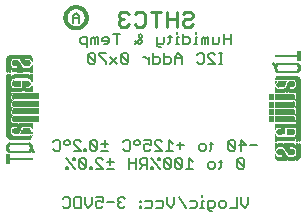
<source format=gbr>
G04 EAGLE Gerber RS-274X export*
G75*
%MOMM*%
%FSLAX34Y34*%
%LPD*%
%INSilkscreen Bottom*%
%IPPOS*%
%AMOC8*
5,1,8,0,0,1.08239X$1,22.5*%
G01*
%ADD10C,0.228600*%
%ADD11C,0.152400*%
%ADD12C,0.127000*%
%ADD13C,0.304800*%
%ADD14C,0.203200*%
%ADD15R,0.022863X0.462278*%
%ADD16R,0.022863X0.462281*%
%ADD17R,0.022863X0.436881*%
%ADD18R,0.023113X0.462278*%
%ADD19R,0.023113X0.462281*%
%ADD20R,0.023113X0.436881*%
%ADD21R,0.023116X0.462278*%
%ADD22R,0.023116X0.462281*%
%ADD23R,0.023116X0.436881*%
%ADD24R,0.023113X0.022863*%
%ADD25R,0.023116X0.091441*%
%ADD26R,0.023113X0.139700*%
%ADD27R,0.023116X0.185419*%
%ADD28R,0.023113X0.254000*%
%ADD29R,0.023113X0.299719*%
%ADD30R,0.023116X0.345438*%
%ADD31R,0.023113X0.391159*%
%ADD32R,0.023116X0.393700*%
%ADD33R,0.022863X0.325119*%
%ADD34R,0.022863X0.599438*%
%ADD35R,0.022863X0.622300*%
%ADD36R,0.022863X0.530859*%
%ADD37R,0.022863X0.439422*%
%ADD38R,0.022863X0.231138*%
%ADD39R,0.022863X0.071119*%
%ADD40R,0.022863X0.533400*%
%ADD41R,0.022863X0.208281*%
%ADD42R,0.023113X0.345441*%
%ADD43R,0.023113X0.576578*%
%ADD44R,0.023113X0.599438*%
%ADD45R,0.023113X0.508000*%
%ADD46R,0.023113X0.416563*%
%ADD47R,0.023113X0.208278*%
%ADD48R,0.023113X0.553722*%
%ADD49R,0.023113X0.208281*%
%ADD50R,0.023116X0.345441*%
%ADD51R,0.023116X0.530859*%
%ADD52R,0.023116X0.370841*%
%ADD53R,0.023116X0.162559*%
%ADD54R,0.023116X0.576581*%
%ADD55R,0.023116X0.208281*%
%ADD56R,0.023113X0.322578*%
%ADD57R,0.023113X0.485137*%
%ADD58R,0.023113X0.416559*%
%ADD59R,0.023113X0.347981*%
%ADD60R,0.023113X0.116838*%
%ADD61R,0.023113X0.647700*%
%ADD62R,0.023116X0.322581*%
%ADD63R,0.023116X0.485137*%
%ADD64R,0.023116X0.093978*%
%ADD65R,0.023116X0.231141*%
%ADD66R,0.023116X0.693419*%
%ADD67R,0.023113X0.322581*%
%ADD68R,0.023113X0.439419*%
%ADD69R,0.023113X0.370841*%
%ADD70R,0.023113X0.299722*%
%ADD71R,0.023113X0.045719*%
%ADD72R,0.023113X0.739138*%
%ADD73R,0.023113X0.414019*%
%ADD74R,0.023113X0.347978*%
%ADD75R,0.023113X0.762000*%
%ADD76R,0.023116X0.414019*%
%ADD77R,0.023116X0.182881*%
%ADD78R,0.023116X0.347978*%
%ADD79R,0.023116X0.276863*%
%ADD80R,0.023116X0.116841*%
%ADD81R,0.023116X0.276859*%
%ADD82R,0.023116X0.784863*%
%ADD83R,0.023113X0.325119*%
%ADD84R,0.023113X0.276863*%
%ADD85R,0.023113X0.276859*%
%ADD86R,0.023116X0.325119*%
%ADD87R,0.023116X0.391159*%
%ADD88R,0.023116X0.302259*%
%ADD89R,0.023116X0.254000*%
%ADD90R,0.023113X0.302259*%
%ADD91R,0.023113X0.393700*%
%ADD92R,0.023113X0.231141*%
%ADD93R,0.022863X0.302259*%
%ADD94R,0.022863X0.439419*%
%ADD95R,0.022863X0.368300*%
%ADD96R,0.022863X0.391159*%
%ADD97R,0.022863X0.416559*%
%ADD98R,0.022863X0.276863*%
%ADD99R,0.022863X0.205741*%
%ADD100R,0.023113X0.368300*%
%ADD101R,0.023113X0.205741*%
%ADD102R,0.023116X0.368300*%
%ADD103R,0.023116X0.205741*%
%ADD104R,0.023113X0.182881*%
%ADD105R,0.022863X0.276859*%
%ADD106R,0.022863X0.182881*%
%ADD107R,0.023113X0.924559*%
%ADD108R,0.023116X0.924559*%
%ADD109R,0.023113X0.901700*%
%ADD110R,0.023116X0.901700*%
%ADD111R,0.023113X0.878841*%
%ADD112R,0.023116X0.855981*%
%ADD113R,0.023113X0.833119*%
%ADD114R,0.022863X0.787400*%
%ADD115R,0.022863X0.414019*%
%ADD116R,0.022863X0.924559*%
%ADD117R,0.023113X0.739141*%
%ADD118R,0.023116X0.716281*%
%ADD119R,0.023116X0.299722*%
%ADD120R,0.023113X0.670559*%
%ADD121R,0.023116X0.647700*%
%ADD122R,0.023116X0.508000*%
%ADD123R,0.023116X0.299719*%
%ADD124R,0.023113X0.601981*%
%ADD125R,0.023113X0.530859*%
%ADD126R,0.023113X0.231138*%
%ADD127R,0.023113X0.556259*%
%ADD128R,0.023113X0.185419*%
%ADD129R,0.023116X0.533400*%
%ADD130R,0.023116X0.599438*%
%ADD131R,0.023116X0.416563*%
%ADD132R,0.023116X0.116838*%
%ADD133R,0.023113X0.485141*%
%ADD134R,0.023113X0.645159*%
%ADD135R,0.023113X0.716278*%
%ADD136R,0.022863X0.393700*%
%ADD137R,0.022863X0.762000*%
%ADD138R,0.022863X0.624841*%
%ADD139R,0.023113X0.784859*%
%ADD140R,0.023113X0.693422*%
%ADD141R,0.023116X0.830578*%
%ADD142R,0.023116X0.739141*%
%ADD143R,0.023113X0.876300*%
%ADD144R,0.023113X0.807722*%
%ADD145R,0.023116X0.899159*%
%ADD146R,0.023116X0.878841*%
%ADD147R,0.023113X0.922019*%
%ADD148R,0.023113X0.947419*%
%ADD149R,0.023116X0.970278*%
%ADD150R,0.023113X0.970278*%
%ADD151R,0.023116X0.439419*%
%ADD152R,0.022863X0.299722*%
%ADD153R,0.023116X0.416559*%
%ADD154R,0.023116X0.347981*%
%ADD155R,0.023113X0.137159*%
%ADD156R,0.023113X0.093978*%
%ADD157R,0.023113X0.091441*%
%ADD158R,0.023113X0.093981*%
%ADD159R,0.023113X0.114300*%
%ADD160R,0.023116X0.045719*%
%ADD161R,0.023116X0.045722*%
%ADD162R,0.023113X0.071119*%
%ADD163R,0.023113X0.116841*%
%ADD164R,0.023116X0.139700*%
%ADD165R,0.022863X0.322581*%
%ADD166R,0.022863X0.345441*%
%ADD167R,0.022863X0.162559*%
%ADD168R,0.022863X0.576581*%
%ADD169R,0.023113X0.668019*%
%ADD170R,0.023113X0.533400*%
%ADD171R,0.023116X1.455419*%
%ADD172R,0.023116X5.519419*%
%ADD173R,0.023113X1.455419*%
%ADD174R,0.023113X5.519419*%
%ADD175R,0.023116X5.494019*%
%ADD176R,0.023113X1.430019*%
%ADD177R,0.023113X5.494019*%
%ADD178R,0.023116X1.430019*%
%ADD179R,0.023116X5.471159*%
%ADD180R,0.023116X0.762000*%
%ADD181R,0.023113X1.407159*%
%ADD182R,0.023113X5.471159*%
%ADD183R,0.022863X1.384300*%
%ADD184R,0.022863X5.448300*%
%ADD185R,0.022863X0.716278*%
%ADD186R,0.022863X0.878841*%
%ADD187R,0.023113X1.361438*%
%ADD188R,0.023113X5.425438*%
%ADD189R,0.023116X1.338578*%
%ADD190R,0.023116X5.402578*%
%ADD191R,0.023116X0.624841*%
%ADD192R,0.023113X1.292859*%
%ADD193R,0.023113X5.356859*%
%ADD194R,0.023116X1.224278*%
%ADD195R,0.023116X5.288278*%


D10*
X151465Y167988D02*
X153541Y170064D01*
X157693Y170064D01*
X159770Y167988D01*
X159770Y165911D01*
X157693Y163835D01*
X153541Y163835D01*
X151465Y161759D01*
X151465Y159683D01*
X153541Y157607D01*
X157693Y157607D01*
X159770Y159683D01*
X146205Y157607D02*
X146205Y170064D01*
X146205Y163835D02*
X137900Y163835D01*
X137900Y157607D02*
X137900Y170064D01*
X128487Y170064D02*
X128487Y157607D01*
X124335Y170064D02*
X132640Y170064D01*
X112846Y170064D02*
X110770Y167988D01*
X112846Y170064D02*
X116998Y170064D01*
X119074Y167988D01*
X119074Y159683D01*
X116998Y157607D01*
X112846Y157607D01*
X110770Y159683D01*
X105509Y167988D02*
X103433Y170064D01*
X99281Y170064D01*
X97205Y167988D01*
X97205Y165911D01*
X99281Y163835D01*
X101357Y163835D01*
X99281Y163835D02*
X97205Y161759D01*
X97205Y159683D01*
X99281Y157607D01*
X103433Y157607D01*
X105509Y159683D01*
D11*
X191724Y151645D02*
X191724Y143002D01*
X191724Y147324D02*
X185962Y147324D01*
X185962Y151645D02*
X185962Y143002D01*
X182369Y144443D02*
X182369Y148764D01*
X182369Y144443D02*
X180929Y143002D01*
X176607Y143002D01*
X176607Y148764D01*
X173014Y148764D02*
X173014Y143002D01*
X173014Y148764D02*
X171573Y148764D01*
X170133Y147324D01*
X170133Y143002D01*
X170133Y147324D02*
X168692Y148764D01*
X167252Y147324D01*
X167252Y143002D01*
X163659Y148764D02*
X162218Y148764D01*
X162218Y143002D01*
X160778Y143002D02*
X163659Y143002D01*
X162218Y151645D02*
X162218Y153086D01*
X151660Y151645D02*
X151660Y143002D01*
X155981Y143002D01*
X157422Y144443D01*
X157422Y147324D01*
X155981Y148764D01*
X151660Y148764D01*
X148067Y148764D02*
X146626Y148764D01*
X146626Y143002D01*
X145186Y143002D02*
X148067Y143002D01*
X146626Y151645D02*
X146626Y153086D01*
X140389Y150205D02*
X140389Y144443D01*
X138949Y143002D01*
X138949Y148764D02*
X141830Y148764D01*
X135593Y148764D02*
X135593Y144443D01*
X134153Y143002D01*
X129831Y143002D01*
X129831Y141561D02*
X129831Y148764D01*
X129831Y141561D02*
X131272Y140121D01*
X132712Y140121D01*
X114002Y143002D02*
X111121Y145883D01*
X114002Y143002D02*
X115442Y143002D01*
X116883Y144443D01*
X116883Y145883D01*
X114002Y148764D01*
X114002Y150205D01*
X115442Y151645D01*
X116883Y150205D01*
X116883Y148764D01*
X111121Y143002D01*
X95291Y143002D02*
X95291Y151645D01*
X92410Y151645D02*
X98173Y151645D01*
X87377Y143002D02*
X84496Y143002D01*
X87377Y143002D02*
X88817Y144443D01*
X88817Y147324D01*
X87377Y148764D01*
X84496Y148764D01*
X83055Y147324D01*
X83055Y145883D01*
X88817Y145883D01*
X79462Y143002D02*
X79462Y148764D01*
X78022Y148764D01*
X76581Y147324D01*
X76581Y143002D01*
X76581Y147324D02*
X75140Y148764D01*
X73700Y147324D01*
X73700Y143002D01*
X70107Y140121D02*
X70107Y148764D01*
X65785Y148764D01*
X64345Y147324D01*
X64345Y144443D01*
X65785Y143002D01*
X70107Y143002D01*
D12*
X206664Y13343D02*
X206664Y7411D01*
X203698Y4445D01*
X200732Y7411D01*
X200732Y13343D01*
X197309Y13343D02*
X197309Y4445D01*
X191377Y4445D01*
X186470Y4445D02*
X183505Y4445D01*
X182022Y5928D01*
X182022Y8894D01*
X183505Y10377D01*
X186470Y10377D01*
X187953Y8894D01*
X187953Y5928D01*
X186470Y4445D01*
X175632Y1479D02*
X174149Y1479D01*
X172666Y2962D01*
X172666Y10377D01*
X177115Y10377D01*
X178598Y8894D01*
X178598Y5928D01*
X177115Y4445D01*
X172666Y4445D01*
X169243Y10377D02*
X167760Y10377D01*
X167760Y4445D01*
X169243Y4445D02*
X166277Y4445D01*
X167760Y13343D02*
X167760Y14826D01*
X161523Y10377D02*
X157075Y10377D01*
X161523Y10377D02*
X163006Y8894D01*
X163006Y5928D01*
X161523Y4445D01*
X157075Y4445D01*
X153651Y4445D02*
X147719Y13343D01*
X144296Y13343D02*
X144296Y7411D01*
X141330Y4445D01*
X138364Y7411D01*
X138364Y13343D01*
X133458Y10377D02*
X129009Y10377D01*
X133458Y10377D02*
X134941Y8894D01*
X134941Y5928D01*
X133458Y4445D01*
X129009Y4445D01*
X124103Y10377D02*
X119654Y10377D01*
X124103Y10377D02*
X125585Y8894D01*
X125585Y5928D01*
X124103Y4445D01*
X119654Y4445D01*
X116230Y10377D02*
X114747Y10377D01*
X114747Y8894D01*
X116230Y8894D01*
X116230Y10377D01*
X116230Y5928D02*
X114747Y5928D01*
X114747Y4445D01*
X116230Y4445D01*
X116230Y5928D01*
X102198Y11860D02*
X100715Y13343D01*
X97749Y13343D01*
X96266Y11860D01*
X96266Y10377D01*
X97749Y8894D01*
X99232Y8894D01*
X97749Y8894D02*
X96266Y7411D01*
X96266Y5928D01*
X97749Y4445D01*
X100715Y4445D01*
X102198Y5928D01*
X92842Y8894D02*
X86911Y8894D01*
X83487Y13343D02*
X77555Y13343D01*
X83487Y13343D02*
X83487Y8894D01*
X80521Y10377D01*
X79038Y10377D01*
X77555Y8894D01*
X77555Y5928D01*
X79038Y4445D01*
X82004Y4445D01*
X83487Y5928D01*
X74132Y7411D02*
X74132Y13343D01*
X74132Y7411D02*
X71166Y4445D01*
X68200Y7411D01*
X68200Y13343D01*
X64777Y13343D02*
X64777Y4445D01*
X60328Y4445D01*
X58845Y5928D01*
X58845Y11860D01*
X60328Y13343D01*
X64777Y13343D01*
X50973Y13343D02*
X49490Y11860D01*
X50973Y13343D02*
X53939Y13343D01*
X55422Y11860D01*
X55422Y5928D01*
X53939Y4445D01*
X50973Y4445D01*
X49490Y5928D01*
X208528Y57154D02*
X214460Y57154D01*
X200656Y52705D02*
X200656Y61603D01*
X205105Y57154D01*
X199173Y57154D01*
X195749Y54188D02*
X195749Y60120D01*
X194266Y61603D01*
X191301Y61603D01*
X189818Y60120D01*
X189818Y54188D01*
X191301Y52705D01*
X194266Y52705D01*
X195749Y54188D01*
X189818Y60120D01*
X175556Y60120D02*
X175556Y54188D01*
X174073Y52705D01*
X174073Y58637D02*
X177039Y58637D01*
X169319Y52705D02*
X166353Y52705D01*
X164871Y54188D01*
X164871Y57154D01*
X166353Y58637D01*
X169319Y58637D01*
X170802Y57154D01*
X170802Y54188D01*
X169319Y52705D01*
X152092Y57154D02*
X146160Y57154D01*
X149126Y60120D02*
X149126Y54188D01*
X142737Y58637D02*
X139771Y61603D01*
X139771Y52705D01*
X142737Y52705D02*
X136805Y52705D01*
X133381Y52705D02*
X127450Y52705D01*
X133381Y52705D02*
X127450Y58637D01*
X127450Y60120D01*
X128933Y61603D01*
X131899Y61603D01*
X133381Y60120D01*
X124026Y61603D02*
X118095Y61603D01*
X124026Y61603D02*
X124026Y57154D01*
X121060Y58637D01*
X119578Y58637D01*
X118095Y57154D01*
X118095Y54188D01*
X119578Y52705D01*
X122543Y52705D01*
X124026Y54188D01*
X113188Y61603D02*
X111705Y61603D01*
X110222Y60120D01*
X110222Y58637D01*
X111705Y57154D01*
X113188Y57154D01*
X114671Y58637D01*
X114671Y60120D01*
X113188Y61603D01*
X102426Y61603D02*
X100943Y60120D01*
X102426Y61603D02*
X105392Y61603D01*
X106875Y60120D01*
X106875Y54188D01*
X105392Y52705D01*
X102426Y52705D01*
X100943Y54188D01*
X88165Y52705D02*
X82233Y52705D01*
X82233Y58637D02*
X88165Y58637D01*
X85199Y61603D02*
X85199Y55671D01*
X78810Y54188D02*
X78810Y60120D01*
X77327Y61603D01*
X74361Y61603D01*
X72878Y60120D01*
X72878Y54188D01*
X74361Y52705D01*
X77327Y52705D01*
X78810Y54188D01*
X72878Y60120D01*
X69454Y54188D02*
X69454Y52705D01*
X69454Y54188D02*
X67971Y54188D01*
X67971Y52705D01*
X69454Y52705D01*
X64777Y52705D02*
X58845Y52705D01*
X64777Y52705D02*
X58845Y58637D01*
X58845Y60120D01*
X60328Y61603D01*
X63294Y61603D01*
X64777Y60120D01*
X53939Y61603D02*
X52456Y61603D01*
X50973Y60120D01*
X50973Y58637D01*
X52456Y57154D01*
X53939Y57154D01*
X55422Y58637D01*
X55422Y60120D01*
X53939Y61603D01*
X43177Y61603D02*
X41694Y60120D01*
X43177Y61603D02*
X46143Y61603D01*
X47626Y60120D01*
X47626Y54188D01*
X46143Y52705D01*
X43177Y52705D01*
X41694Y54188D01*
X203545Y44880D02*
X203545Y38948D01*
X203545Y44880D02*
X202062Y46363D01*
X199097Y46363D01*
X197614Y44880D01*
X197614Y38948D01*
X199097Y37465D01*
X202062Y37465D01*
X203545Y38948D01*
X197614Y44880D01*
X183352Y44880D02*
X183352Y38948D01*
X181869Y37465D01*
X181869Y43397D02*
X184835Y43397D01*
X177115Y37465D02*
X174149Y37465D01*
X172667Y38948D01*
X172667Y41914D01*
X174149Y43397D01*
X177115Y43397D01*
X178598Y41914D01*
X178598Y38948D01*
X177115Y37465D01*
X159888Y43397D02*
X156922Y46363D01*
X156922Y37465D01*
X159888Y37465D02*
X153956Y37465D01*
X150533Y38948D02*
X150533Y44880D01*
X149050Y46363D01*
X146084Y46363D01*
X144601Y44880D01*
X144601Y38948D01*
X146084Y37465D01*
X149050Y37465D01*
X150533Y38948D01*
X144601Y44880D01*
X141177Y44880D02*
X141177Y38948D01*
X141177Y44880D02*
X139695Y46363D01*
X136729Y46363D01*
X135246Y44880D01*
X135246Y38948D01*
X136729Y37465D01*
X139695Y37465D01*
X141177Y38948D01*
X135246Y44880D01*
X125891Y38948D02*
X125891Y37465D01*
X125891Y38948D02*
X124408Y38948D01*
X124408Y37465D01*
X125891Y37465D01*
X130339Y46363D02*
X131822Y46363D01*
X130339Y46363D02*
X130339Y44880D01*
X131822Y44880D01*
X131822Y46363D01*
X124408Y46363D02*
X131822Y37465D01*
X120908Y37465D02*
X120908Y46363D01*
X116459Y46363D01*
X114976Y44880D01*
X114976Y41914D01*
X116459Y40431D01*
X120908Y40431D01*
X117942Y40431D02*
X114976Y37465D01*
X111553Y37465D02*
X111553Y46363D01*
X111553Y41914D02*
X105621Y41914D01*
X105621Y46363D02*
X105621Y37465D01*
X92842Y37465D02*
X86911Y37465D01*
X86911Y43397D02*
X92842Y43397D01*
X89877Y46363D02*
X89877Y40431D01*
X83487Y37465D02*
X77555Y37465D01*
X83487Y37465D02*
X77555Y43397D01*
X77555Y44880D01*
X79038Y46363D01*
X82004Y46363D01*
X83487Y44880D01*
X74132Y38948D02*
X74132Y37465D01*
X74132Y38948D02*
X72649Y38948D01*
X72649Y37465D01*
X74132Y37465D01*
X69454Y38948D02*
X69454Y44880D01*
X67971Y46363D01*
X65006Y46363D01*
X63523Y44880D01*
X63523Y38948D01*
X65006Y37465D01*
X67971Y37465D01*
X69454Y38948D01*
X63523Y44880D01*
X54167Y38948D02*
X54167Y37465D01*
X54167Y38948D02*
X52685Y38948D01*
X52685Y37465D01*
X54167Y37465D01*
X58616Y46363D02*
X60099Y46363D01*
X58616Y46363D02*
X58616Y44880D01*
X60099Y44880D01*
X60099Y46363D01*
X52685Y46363D02*
X60099Y37465D01*
X181869Y126365D02*
X184835Y126365D01*
X183352Y126365D02*
X183352Y135263D01*
X184835Y135263D02*
X181869Y135263D01*
X178598Y126365D02*
X172666Y126365D01*
X178598Y126365D02*
X172666Y132297D01*
X172666Y133780D01*
X174149Y135263D01*
X177115Y135263D01*
X178598Y133780D01*
X164794Y135263D02*
X163311Y133780D01*
X164794Y135263D02*
X167760Y135263D01*
X169243Y133780D01*
X169243Y127848D01*
X167760Y126365D01*
X164794Y126365D01*
X163311Y127848D01*
X150533Y126365D02*
X150533Y132297D01*
X147567Y135263D01*
X144601Y132297D01*
X144601Y126365D01*
X144601Y130814D02*
X150533Y130814D01*
X135246Y135263D02*
X135246Y126365D01*
X139695Y126365D01*
X141177Y127848D01*
X141177Y130814D01*
X139695Y132297D01*
X135246Y132297D01*
X125891Y135263D02*
X125891Y126365D01*
X130339Y126365D01*
X131822Y127848D01*
X131822Y130814D01*
X130339Y132297D01*
X125891Y132297D01*
X122467Y132297D02*
X122467Y126365D01*
X122467Y129331D02*
X119501Y132297D01*
X118018Y132297D01*
X105316Y133780D02*
X105316Y127848D01*
X105316Y133780D02*
X103833Y135263D01*
X100867Y135263D01*
X99384Y133780D01*
X99384Y127848D01*
X100867Y126365D01*
X103833Y126365D01*
X105316Y127848D01*
X99384Y133780D01*
X95961Y132297D02*
X90029Y126365D01*
X95961Y126365D02*
X90029Y132297D01*
X86606Y135263D02*
X80674Y135263D01*
X80674Y133780D01*
X86606Y127848D01*
X86606Y126365D01*
X77250Y127848D02*
X77250Y133780D01*
X75767Y135263D01*
X72802Y135263D01*
X71319Y133780D01*
X71319Y127848D01*
X72802Y126365D01*
X75767Y126365D01*
X77250Y127848D01*
X71319Y133780D01*
D13*
X51980Y165100D02*
X51983Y165320D01*
X51991Y165541D01*
X52004Y165761D01*
X52023Y165980D01*
X52048Y166199D01*
X52077Y166418D01*
X52112Y166635D01*
X52153Y166852D01*
X52198Y167068D01*
X52249Y167282D01*
X52305Y167495D01*
X52367Y167707D01*
X52433Y167917D01*
X52505Y168125D01*
X52582Y168332D01*
X52664Y168536D01*
X52750Y168739D01*
X52842Y168939D01*
X52939Y169138D01*
X53040Y169333D01*
X53147Y169526D01*
X53258Y169717D01*
X53373Y169904D01*
X53493Y170089D01*
X53618Y170271D01*
X53747Y170449D01*
X53881Y170625D01*
X54018Y170797D01*
X54160Y170965D01*
X54306Y171131D01*
X54456Y171292D01*
X54610Y171450D01*
X54768Y171604D01*
X54929Y171754D01*
X55095Y171900D01*
X55263Y172042D01*
X55435Y172179D01*
X55611Y172313D01*
X55789Y172442D01*
X55971Y172567D01*
X56156Y172687D01*
X56343Y172802D01*
X56534Y172913D01*
X56727Y173020D01*
X56922Y173121D01*
X57121Y173218D01*
X57321Y173310D01*
X57524Y173396D01*
X57728Y173478D01*
X57935Y173555D01*
X58143Y173627D01*
X58353Y173693D01*
X58565Y173755D01*
X58778Y173811D01*
X58992Y173862D01*
X59208Y173907D01*
X59425Y173948D01*
X59642Y173983D01*
X59861Y174012D01*
X60080Y174037D01*
X60299Y174056D01*
X60519Y174069D01*
X60740Y174077D01*
X60960Y174080D01*
X61180Y174077D01*
X61401Y174069D01*
X61621Y174056D01*
X61840Y174037D01*
X62059Y174012D01*
X62278Y173983D01*
X62495Y173948D01*
X62712Y173907D01*
X62928Y173862D01*
X63142Y173811D01*
X63355Y173755D01*
X63567Y173693D01*
X63777Y173627D01*
X63985Y173555D01*
X64192Y173478D01*
X64396Y173396D01*
X64599Y173310D01*
X64799Y173218D01*
X64998Y173121D01*
X65193Y173020D01*
X65386Y172913D01*
X65577Y172802D01*
X65764Y172687D01*
X65949Y172567D01*
X66131Y172442D01*
X66309Y172313D01*
X66485Y172179D01*
X66657Y172042D01*
X66825Y171900D01*
X66991Y171754D01*
X67152Y171604D01*
X67310Y171450D01*
X67464Y171292D01*
X67614Y171131D01*
X67760Y170965D01*
X67902Y170797D01*
X68039Y170625D01*
X68173Y170449D01*
X68302Y170271D01*
X68427Y170089D01*
X68547Y169904D01*
X68662Y169717D01*
X68773Y169526D01*
X68880Y169333D01*
X68981Y169138D01*
X69078Y168939D01*
X69170Y168739D01*
X69256Y168536D01*
X69338Y168332D01*
X69415Y168125D01*
X69487Y167917D01*
X69553Y167707D01*
X69615Y167495D01*
X69671Y167282D01*
X69722Y167068D01*
X69767Y166852D01*
X69808Y166635D01*
X69843Y166418D01*
X69872Y166199D01*
X69897Y165980D01*
X69916Y165761D01*
X69929Y165541D01*
X69937Y165320D01*
X69940Y165100D01*
X69937Y164880D01*
X69929Y164659D01*
X69916Y164439D01*
X69897Y164220D01*
X69872Y164001D01*
X69843Y163782D01*
X69808Y163565D01*
X69767Y163348D01*
X69722Y163132D01*
X69671Y162918D01*
X69615Y162705D01*
X69553Y162493D01*
X69487Y162283D01*
X69415Y162075D01*
X69338Y161868D01*
X69256Y161664D01*
X69170Y161461D01*
X69078Y161261D01*
X68981Y161062D01*
X68880Y160867D01*
X68773Y160674D01*
X68662Y160483D01*
X68547Y160296D01*
X68427Y160111D01*
X68302Y159929D01*
X68173Y159751D01*
X68039Y159575D01*
X67902Y159403D01*
X67760Y159235D01*
X67614Y159069D01*
X67464Y158908D01*
X67310Y158750D01*
X67152Y158596D01*
X66991Y158446D01*
X66825Y158300D01*
X66657Y158158D01*
X66485Y158021D01*
X66309Y157887D01*
X66131Y157758D01*
X65949Y157633D01*
X65764Y157513D01*
X65577Y157398D01*
X65386Y157287D01*
X65193Y157180D01*
X64998Y157079D01*
X64799Y156982D01*
X64599Y156890D01*
X64396Y156804D01*
X64192Y156722D01*
X63985Y156645D01*
X63777Y156573D01*
X63567Y156507D01*
X63355Y156445D01*
X63142Y156389D01*
X62928Y156338D01*
X62712Y156293D01*
X62495Y156252D01*
X62278Y156217D01*
X62059Y156188D01*
X61840Y156163D01*
X61621Y156144D01*
X61401Y156131D01*
X61180Y156123D01*
X60960Y156120D01*
X60740Y156123D01*
X60519Y156131D01*
X60299Y156144D01*
X60080Y156163D01*
X59861Y156188D01*
X59642Y156217D01*
X59425Y156252D01*
X59208Y156293D01*
X58992Y156338D01*
X58778Y156389D01*
X58565Y156445D01*
X58353Y156507D01*
X58143Y156573D01*
X57935Y156645D01*
X57728Y156722D01*
X57524Y156804D01*
X57321Y156890D01*
X57121Y156982D01*
X56922Y157079D01*
X56727Y157180D01*
X56534Y157287D01*
X56343Y157398D01*
X56156Y157513D01*
X55971Y157633D01*
X55789Y157758D01*
X55611Y157887D01*
X55435Y158021D01*
X55263Y158158D01*
X55095Y158300D01*
X54929Y158446D01*
X54768Y158596D01*
X54610Y158750D01*
X54456Y158908D01*
X54306Y159069D01*
X54160Y159235D01*
X54018Y159403D01*
X53881Y159575D01*
X53747Y159751D01*
X53618Y159929D01*
X53493Y160111D01*
X53373Y160296D01*
X53258Y160483D01*
X53147Y160674D01*
X53040Y160867D01*
X52939Y161062D01*
X52842Y161261D01*
X52750Y161461D01*
X52664Y161664D01*
X52582Y161868D01*
X52505Y162075D01*
X52433Y162283D01*
X52367Y162493D01*
X52305Y162705D01*
X52249Y162918D01*
X52198Y163132D01*
X52153Y163348D01*
X52112Y163565D01*
X52077Y163782D01*
X52048Y164001D01*
X52023Y164220D01*
X52004Y164439D01*
X51991Y164659D01*
X51983Y164880D01*
X51980Y165100D01*
D14*
X63500Y166459D02*
X63500Y161036D01*
X63500Y166459D02*
X60788Y169171D01*
X58077Y166459D01*
X58077Y161036D01*
X58077Y165103D02*
X63500Y165103D01*
D15*
X224790Y79197D03*
D16*
X224790Y85446D03*
X224790Y91669D03*
D17*
X224790Y98019D03*
D18*
X225020Y79197D03*
D19*
X225020Y85446D03*
X225020Y91669D03*
D20*
X225020Y98019D03*
D21*
X225251Y79197D03*
D22*
X225251Y85446D03*
X225251Y91669D03*
D23*
X225251Y98019D03*
D18*
X225482Y79197D03*
D19*
X225482Y85446D03*
X225482Y91669D03*
D20*
X225482Y98019D03*
D21*
X225713Y79197D03*
D22*
X225713Y85446D03*
X225713Y91669D03*
D23*
X225713Y98019D03*
D18*
X225944Y79197D03*
D19*
X225944Y85446D03*
X225944Y91669D03*
D20*
X225944Y98019D03*
D18*
X226176Y79197D03*
D19*
X226176Y85446D03*
X226176Y91669D03*
D20*
X226176Y98019D03*
D21*
X226407Y79197D03*
D22*
X226407Y85446D03*
X226407Y91669D03*
D23*
X226407Y98019D03*
D18*
X226638Y79197D03*
D19*
X226638Y85446D03*
X226638Y91669D03*
D20*
X226638Y98019D03*
D21*
X226869Y79197D03*
D22*
X226869Y85446D03*
X226869Y91669D03*
D23*
X226869Y98019D03*
D18*
X227100Y79197D03*
D19*
X227100Y85446D03*
X227100Y91669D03*
D20*
X227100Y98019D03*
D15*
X227330Y79197D03*
D16*
X227330Y85446D03*
X227330Y91669D03*
D17*
X227330Y98019D03*
D18*
X227560Y79197D03*
D19*
X227560Y85446D03*
X227560Y91669D03*
D20*
X227560Y98019D03*
D24*
X227560Y126429D03*
D21*
X227791Y79197D03*
D22*
X227791Y85446D03*
X227791Y91669D03*
D23*
X227791Y98019D03*
D25*
X227791Y126314D03*
D18*
X228022Y79197D03*
D19*
X228022Y85446D03*
X228022Y91669D03*
D20*
X228022Y98019D03*
D26*
X228022Y126073D03*
D21*
X228253Y79197D03*
D22*
X228253Y85446D03*
X228253Y91669D03*
D23*
X228253Y98019D03*
D27*
X228253Y126073D03*
D18*
X228484Y79197D03*
D19*
X228484Y85446D03*
X228484Y91669D03*
D20*
X228484Y98019D03*
D28*
X228484Y125959D03*
D18*
X228716Y79197D03*
D19*
X228716Y85446D03*
X228716Y91669D03*
D20*
X228716Y98019D03*
D29*
X228716Y125730D03*
D21*
X228947Y79197D03*
D22*
X228947Y85446D03*
X228947Y91669D03*
D23*
X228947Y98019D03*
D30*
X228947Y125730D03*
D31*
X229178Y125501D03*
D32*
X229409Y125032D03*
D18*
X229640Y124003D03*
D33*
X229870Y48031D03*
D34*
X229870Y55880D03*
D35*
X229870Y63614D03*
D36*
X229870Y72631D03*
D15*
X229870Y79197D03*
D16*
X229870Y85446D03*
X229870Y91669D03*
D17*
X229870Y98019D03*
D37*
X229870Y104254D03*
D38*
X229870Y109919D03*
D39*
X229870Y113030D03*
D40*
X229870Y123190D03*
D41*
X229870Y132436D03*
D42*
X230100Y47676D03*
D43*
X230100Y55994D03*
D44*
X230100Y63500D03*
D45*
X230100Y72746D03*
D18*
X230100Y79197D03*
D19*
X230100Y85446D03*
X230100Y91669D03*
D20*
X230100Y98019D03*
D46*
X230100Y104140D03*
D47*
X230100Y110033D03*
D26*
X230100Y113373D03*
D48*
X230100Y122606D03*
D49*
X230100Y132436D03*
D50*
X230331Y47219D03*
D51*
X230331Y56223D03*
X230331Y63157D03*
D21*
X230331Y72974D03*
X230331Y79197D03*
D22*
X230331Y85446D03*
X230331Y91669D03*
D23*
X230331Y98019D03*
D52*
X230331Y103911D03*
D53*
X230331Y110261D03*
D27*
X230331Y113602D03*
D54*
X230331Y122492D03*
D55*
X230331Y132436D03*
D56*
X230562Y46876D03*
D57*
X230562Y56452D03*
D45*
X230562Y63043D03*
D58*
X230562Y73203D03*
D18*
X230562Y79197D03*
D19*
X230562Y85446D03*
X230562Y91669D03*
D20*
X230562Y98019D03*
D59*
X230562Y103797D03*
D60*
X230562Y110490D03*
D47*
X230562Y113716D03*
D61*
X230562Y122619D03*
D49*
X230562Y132436D03*
D62*
X230793Y46647D03*
D21*
X230793Y56566D03*
D63*
X230793Y62929D03*
D32*
X230793Y73317D03*
D21*
X230793Y79197D03*
D22*
X230793Y85446D03*
X230793Y91669D03*
D23*
X230793Y98019D03*
D62*
X230793Y103670D03*
D64*
X230793Y110604D03*
D65*
X230793Y113830D03*
D66*
X230793Y122619D03*
D55*
X230793Y132436D03*
D67*
X231024Y46419D03*
D68*
X231024Y56680D03*
D18*
X231024Y62814D03*
D69*
X231024Y73431D03*
D18*
X231024Y79197D03*
D19*
X231024Y85446D03*
X231024Y91669D03*
D20*
X231024Y98019D03*
D70*
X231024Y103556D03*
D71*
X231024Y110846D03*
D28*
X231024Y113944D03*
D72*
X231024Y122619D03*
D49*
X231024Y132436D03*
D67*
X231256Y46190D03*
D73*
X231256Y56807D03*
D68*
X231256Y62700D03*
D74*
X231256Y73546D03*
D18*
X231256Y79197D03*
D19*
X231256Y85446D03*
X231256Y91669D03*
D20*
X231256Y98019D03*
D70*
X231256Y103556D03*
D28*
X231256Y113944D03*
D75*
X231256Y122504D03*
D49*
X231256Y132436D03*
D62*
X231487Y46190D03*
D65*
X231487Y51270D03*
D76*
X231487Y56807D03*
X231487Y62573D03*
D77*
X231487Y68351D03*
D78*
X231487Y73546D03*
D21*
X231487Y79197D03*
D22*
X231487Y85446D03*
X231487Y91669D03*
D23*
X231487Y98019D03*
D79*
X231487Y103442D03*
D80*
X231487Y108179D03*
D81*
X231487Y114059D03*
D82*
X231487Y122619D03*
D55*
X231487Y132436D03*
D83*
X231718Y45949D03*
D67*
X231718Y51270D03*
D31*
X231718Y56921D03*
D73*
X231718Y62573D03*
D83*
X231718Y68351D03*
X231718Y73660D03*
D18*
X231718Y79197D03*
D19*
X231718Y85446D03*
X231718Y91669D03*
D20*
X231718Y98019D03*
D84*
X231718Y103442D03*
D85*
X231718Y108293D03*
X231718Y114059D03*
D84*
X231718Y120079D03*
D85*
X231718Y125387D03*
D49*
X231718Y132436D03*
D86*
X231949Y45949D03*
D52*
X231949Y51257D03*
D87*
X231949Y56921D03*
D76*
X231949Y62573D03*
D52*
X231949Y68351D03*
D86*
X231949Y73660D03*
D21*
X231949Y79197D03*
D22*
X231949Y85446D03*
X231949Y91669D03*
D23*
X231949Y98019D03*
D79*
X231949Y103442D03*
D50*
X231949Y108407D03*
D88*
X231949Y114186D03*
D89*
X231949Y119736D03*
D65*
X231949Y125616D03*
D55*
X231949Y132436D03*
D83*
X232180Y45949D03*
D58*
X232180Y51257D03*
D31*
X232180Y56921D03*
X232180Y62459D03*
D58*
X232180Y68351D03*
D90*
X232180Y73774D03*
D18*
X232180Y79197D03*
D19*
X232180Y85446D03*
X232180Y91669D03*
D20*
X232180Y98019D03*
D84*
X232180Y103442D03*
D91*
X232180Y108649D03*
D90*
X232180Y114186D03*
D92*
X232180Y119621D03*
D49*
X232180Y125730D03*
X232180Y132436D03*
D93*
X232410Y45834D03*
D94*
X232410Y51143D03*
D95*
X232410Y57036D03*
D96*
X232410Y62459D03*
D97*
X232410Y68351D03*
D93*
X232410Y73774D03*
D15*
X232410Y79197D03*
D16*
X232410Y85446D03*
X232410Y91669D03*
D17*
X232410Y98019D03*
D98*
X232410Y103442D03*
D94*
X232410Y108649D03*
D93*
X232410Y114186D03*
D99*
X232410Y119494D03*
D41*
X232410Y125730D03*
X232410Y132436D03*
D90*
X232640Y45834D03*
D18*
X232640Y51257D03*
D100*
X232640Y57036D03*
D31*
X232640Y62459D03*
D19*
X232640Y68351D03*
D90*
X232640Y73774D03*
D18*
X232640Y79197D03*
D19*
X232640Y85446D03*
X232640Y91669D03*
D20*
X232640Y98019D03*
D84*
X232640Y103442D03*
D18*
X232640Y108763D03*
D90*
X232640Y114186D03*
D101*
X232640Y119494D03*
D49*
X232640Y125959D03*
X232640Y132436D03*
D88*
X232871Y45834D03*
D21*
X232871Y51257D03*
D102*
X232871Y57036D03*
D87*
X232871Y62459D03*
D22*
X232871Y68351D03*
D88*
X232871Y73774D03*
D21*
X232871Y79197D03*
D22*
X232871Y85446D03*
X232871Y91669D03*
D23*
X232871Y98019D03*
D79*
X232871Y103442D03*
D21*
X232871Y108763D03*
D88*
X232871Y114186D03*
D103*
X232871Y119494D03*
D55*
X232871Y125959D03*
X232871Y132436D03*
D90*
X233102Y45834D03*
D18*
X233102Y51257D03*
D100*
X233102Y57036D03*
X233102Y62344D03*
D19*
X233102Y68351D03*
D90*
X233102Y73774D03*
D18*
X233102Y79197D03*
D19*
X233102Y85446D03*
X233102Y91669D03*
D20*
X233102Y98019D03*
D84*
X233102Y103442D03*
D18*
X233102Y108763D03*
D90*
X233102Y114186D03*
D101*
X233102Y119494D03*
D49*
X233102Y125959D03*
X233102Y132436D03*
D88*
X233333Y45834D03*
D21*
X233333Y51257D03*
D102*
X233333Y57036D03*
X233333Y62344D03*
D22*
X233333Y68351D03*
D88*
X233333Y73774D03*
D21*
X233333Y79197D03*
D22*
X233333Y85446D03*
X233333Y91669D03*
D23*
X233333Y98019D03*
D79*
X233333Y103442D03*
D21*
X233333Y108763D03*
D88*
X233333Y114186D03*
D77*
X233333Y119380D03*
D55*
X233333Y125959D03*
X233333Y132436D03*
D90*
X233564Y45834D03*
D18*
X233564Y51257D03*
D100*
X233564Y57036D03*
X233564Y62344D03*
D19*
X233564Y68351D03*
D90*
X233564Y73774D03*
D18*
X233564Y79197D03*
D19*
X233564Y85446D03*
X233564Y91669D03*
D20*
X233564Y98019D03*
D84*
X233564Y103442D03*
D18*
X233564Y108763D03*
D90*
X233564Y114186D03*
D104*
X233564Y119380D03*
D49*
X233564Y125959D03*
X233564Y132436D03*
D90*
X233796Y45834D03*
D18*
X233796Y51257D03*
D100*
X233796Y57036D03*
X233796Y62344D03*
D19*
X233796Y68351D03*
D85*
X233796Y73901D03*
D18*
X233796Y79197D03*
D19*
X233796Y85446D03*
X233796Y91669D03*
D20*
X233796Y98019D03*
D84*
X233796Y103442D03*
D18*
X233796Y108763D03*
D90*
X233796Y114186D03*
D104*
X233796Y119380D03*
D49*
X233796Y125959D03*
X233796Y132436D03*
D88*
X234027Y45834D03*
D21*
X234027Y51257D03*
D102*
X234027Y57036D03*
X234027Y62344D03*
D22*
X234027Y68351D03*
D81*
X234027Y73901D03*
D21*
X234027Y79197D03*
D22*
X234027Y85446D03*
X234027Y91669D03*
D23*
X234027Y98019D03*
D79*
X234027Y103442D03*
D21*
X234027Y108763D03*
D88*
X234027Y114186D03*
D77*
X234027Y119380D03*
D55*
X234027Y125959D03*
X234027Y132436D03*
D90*
X234258Y45834D03*
D18*
X234258Y51257D03*
D100*
X234258Y57036D03*
X234258Y62344D03*
D19*
X234258Y68351D03*
D85*
X234258Y73901D03*
D18*
X234258Y79197D03*
D19*
X234258Y85446D03*
X234258Y91669D03*
D20*
X234258Y98019D03*
D84*
X234258Y103442D03*
D18*
X234258Y108763D03*
D90*
X234258Y114186D03*
D104*
X234258Y119380D03*
D49*
X234258Y125959D03*
X234258Y132436D03*
D88*
X234489Y45834D03*
D21*
X234489Y51257D03*
D102*
X234489Y57036D03*
X234489Y62344D03*
D22*
X234489Y68351D03*
D81*
X234489Y73901D03*
D21*
X234489Y79197D03*
D22*
X234489Y85446D03*
X234489Y91669D03*
D23*
X234489Y98019D03*
D79*
X234489Y103442D03*
D21*
X234489Y108763D03*
D88*
X234489Y114186D03*
D77*
X234489Y119380D03*
D55*
X234489Y125959D03*
X234489Y132436D03*
D90*
X234720Y45834D03*
D18*
X234720Y51257D03*
D100*
X234720Y57036D03*
X234720Y62344D03*
D19*
X234720Y68351D03*
D85*
X234720Y73901D03*
D18*
X234720Y79197D03*
D19*
X234720Y85446D03*
X234720Y91669D03*
D20*
X234720Y98019D03*
D84*
X234720Y103442D03*
D18*
X234720Y108763D03*
D90*
X234720Y114186D03*
D104*
X234720Y119380D03*
D49*
X234720Y125959D03*
X234720Y132436D03*
D93*
X234950Y45834D03*
D15*
X234950Y51257D03*
D95*
X234950Y57036D03*
X234950Y62344D03*
D16*
X234950Y68351D03*
D105*
X234950Y73901D03*
D15*
X234950Y79197D03*
D16*
X234950Y85446D03*
X234950Y91669D03*
D17*
X234950Y98019D03*
D98*
X234950Y103442D03*
D15*
X234950Y108763D03*
D93*
X234950Y114186D03*
D106*
X234950Y119380D03*
D41*
X234950Y125959D03*
X234950Y132436D03*
D90*
X235180Y45834D03*
D18*
X235180Y51257D03*
D100*
X235180Y57036D03*
X235180Y62344D03*
D19*
X235180Y68351D03*
D85*
X235180Y73901D03*
D18*
X235180Y79197D03*
D19*
X235180Y85446D03*
X235180Y91669D03*
D20*
X235180Y98019D03*
D84*
X235180Y103442D03*
D18*
X235180Y108763D03*
D90*
X235180Y114186D03*
D104*
X235180Y119380D03*
D49*
X235180Y125959D03*
X235180Y132436D03*
D88*
X235411Y45834D03*
D21*
X235411Y51257D03*
D102*
X235411Y57036D03*
X235411Y62344D03*
D22*
X235411Y68351D03*
D81*
X235411Y73901D03*
D21*
X235411Y79197D03*
D22*
X235411Y85446D03*
X235411Y91669D03*
D23*
X235411Y98019D03*
D79*
X235411Y103442D03*
D21*
X235411Y108763D03*
D88*
X235411Y114186D03*
D77*
X235411Y119380D03*
D55*
X235411Y125959D03*
X235411Y132436D03*
D90*
X235642Y45834D03*
D18*
X235642Y51257D03*
D100*
X235642Y57036D03*
X235642Y62344D03*
D107*
X235642Y70663D03*
D18*
X235642Y79197D03*
D19*
X235642Y85446D03*
X235642Y91669D03*
D20*
X235642Y98019D03*
D84*
X235642Y103442D03*
D18*
X235642Y108763D03*
D90*
X235642Y114186D03*
D104*
X235642Y119380D03*
D49*
X235642Y125959D03*
X235642Y132436D03*
D88*
X235873Y45834D03*
D21*
X235873Y51257D03*
D102*
X235873Y57036D03*
X235873Y62344D03*
D108*
X235873Y70663D03*
D21*
X235873Y79197D03*
D22*
X235873Y85446D03*
X235873Y91669D03*
D23*
X235873Y98019D03*
D79*
X235873Y103442D03*
D21*
X235873Y108763D03*
D88*
X235873Y114186D03*
D77*
X235873Y119380D03*
D55*
X235873Y125959D03*
X235873Y132436D03*
D90*
X236104Y45834D03*
D68*
X236104Y51143D03*
D100*
X236104Y57036D03*
X236104Y62344D03*
D107*
X236104Y70663D03*
D18*
X236104Y79197D03*
D19*
X236104Y85446D03*
X236104Y91669D03*
D20*
X236104Y98019D03*
D84*
X236104Y103442D03*
D18*
X236104Y108763D03*
D90*
X236104Y114186D03*
D104*
X236104Y119380D03*
D49*
X236104Y125959D03*
X236104Y132436D03*
D109*
X236336Y48832D03*
D100*
X236336Y57036D03*
X236336Y62344D03*
D107*
X236336Y70663D03*
D18*
X236336Y79197D03*
D19*
X236336Y85446D03*
X236336Y91669D03*
D20*
X236336Y98019D03*
D84*
X236336Y103442D03*
D18*
X236336Y108763D03*
D90*
X236336Y114186D03*
D104*
X236336Y119380D03*
D49*
X236336Y125959D03*
X236336Y132436D03*
D110*
X236567Y48832D03*
D102*
X236567Y57036D03*
X236567Y62344D03*
D108*
X236567Y70663D03*
D21*
X236567Y79197D03*
D22*
X236567Y85446D03*
X236567Y91669D03*
D23*
X236567Y98019D03*
D79*
X236567Y103442D03*
D21*
X236567Y108763D03*
D88*
X236567Y114186D03*
D77*
X236567Y119380D03*
D55*
X236567Y125959D03*
X236567Y132436D03*
D111*
X236798Y48717D03*
D31*
X236798Y56921D03*
D100*
X236798Y62344D03*
D107*
X236798Y70663D03*
D18*
X236798Y79197D03*
D19*
X236798Y85446D03*
X236798Y91669D03*
D20*
X236798Y98019D03*
D84*
X236798Y103442D03*
D18*
X236798Y108763D03*
D90*
X236798Y114186D03*
D104*
X236798Y119380D03*
D49*
X236798Y125959D03*
X236798Y132436D03*
D112*
X237029Y48603D03*
D87*
X237029Y56921D03*
D102*
X237029Y62344D03*
D108*
X237029Y70663D03*
D21*
X237029Y79197D03*
D22*
X237029Y85446D03*
X237029Y91669D03*
D23*
X237029Y98019D03*
D79*
X237029Y103442D03*
D21*
X237029Y108763D03*
D88*
X237029Y114186D03*
D77*
X237029Y119380D03*
D55*
X237029Y125959D03*
X237029Y132436D03*
D113*
X237260Y48489D03*
D73*
X237260Y56807D03*
D100*
X237260Y62344D03*
D107*
X237260Y70663D03*
D18*
X237260Y79197D03*
D19*
X237260Y85446D03*
X237260Y91669D03*
D20*
X237260Y98019D03*
D84*
X237260Y103442D03*
D68*
X237260Y108877D03*
D90*
X237260Y114186D03*
D104*
X237260Y119380D03*
D49*
X237260Y125959D03*
X237260Y132436D03*
D114*
X237490Y48260D03*
D115*
X237490Y56807D03*
D95*
X237490Y62344D03*
D116*
X237490Y70663D03*
D15*
X237490Y79197D03*
D16*
X237490Y85446D03*
X237490Y91669D03*
D17*
X237490Y98019D03*
D98*
X237490Y103442D03*
D94*
X237490Y108877D03*
D93*
X237490Y114186D03*
D106*
X237490Y119380D03*
D41*
X237490Y125959D03*
X237490Y132436D03*
D117*
X237720Y48019D03*
D68*
X237720Y56680D03*
D100*
X237720Y62344D03*
D107*
X237720Y70663D03*
D18*
X237720Y79197D03*
D19*
X237720Y85446D03*
X237720Y91669D03*
D20*
X237720Y98019D03*
D70*
X237720Y103556D03*
D58*
X237720Y108991D03*
D90*
X237720Y114186D03*
D104*
X237720Y119380D03*
D49*
X237720Y125959D03*
X237720Y132436D03*
D118*
X237951Y47904D03*
D21*
X237951Y56566D03*
D102*
X237951Y62344D03*
D108*
X237951Y70663D03*
D21*
X237951Y79197D03*
D22*
X237951Y85446D03*
X237951Y91669D03*
D23*
X237951Y98019D03*
D119*
X237951Y103556D03*
D32*
X237951Y109106D03*
D88*
X237951Y114186D03*
D77*
X237951Y119380D03*
D55*
X237951Y125959D03*
X237951Y132436D03*
D120*
X238182Y47676D03*
D57*
X238182Y56452D03*
D100*
X238182Y62344D03*
D107*
X238182Y70663D03*
D18*
X238182Y79197D03*
D19*
X238182Y85446D03*
X238182Y91669D03*
D20*
X238182Y98019D03*
D67*
X238182Y103670D03*
D74*
X238182Y109334D03*
D90*
X238182Y114186D03*
D104*
X238182Y119380D03*
D49*
X238182Y125959D03*
X238182Y132436D03*
D121*
X238413Y47562D03*
D122*
X238413Y56337D03*
D102*
X238413Y62344D03*
D81*
X238413Y73901D03*
D21*
X238413Y79197D03*
D22*
X238413Y85446D03*
X238413Y91669D03*
D23*
X238413Y98019D03*
D62*
X238413Y103670D03*
D123*
X238413Y109576D03*
D88*
X238413Y114186D03*
D77*
X238413Y119380D03*
D55*
X238413Y125959D03*
X238413Y132436D03*
D124*
X238644Y47333D03*
D125*
X238644Y56223D03*
D100*
X238644Y62344D03*
D85*
X238644Y73901D03*
D18*
X238644Y79197D03*
D19*
X238644Y85446D03*
X238644Y91669D03*
D20*
X238644Y98019D03*
D59*
X238644Y103797D03*
D126*
X238644Y109919D03*
D90*
X238644Y114186D03*
D104*
X238644Y119380D03*
D49*
X238644Y125959D03*
X238644Y132436D03*
D127*
X238876Y47104D03*
D43*
X238876Y55994D03*
D100*
X238876Y62344D03*
D85*
X238876Y73901D03*
D18*
X238876Y79197D03*
D19*
X238876Y85446D03*
X238876Y91669D03*
D20*
X238876Y98019D03*
D69*
X238876Y103911D03*
D128*
X238876Y110147D03*
D90*
X238876Y114186D03*
D104*
X238876Y119380D03*
D49*
X238876Y125959D03*
X238876Y132436D03*
D129*
X239107Y46990D03*
D130*
X239107Y55880D03*
D102*
X239107Y62344D03*
D81*
X239107Y73901D03*
D21*
X239107Y79197D03*
D22*
X239107Y85446D03*
X239107Y91669D03*
D23*
X239107Y98019D03*
D131*
X239107Y104140D03*
D132*
X239107Y110490D03*
D88*
X239107Y114186D03*
D77*
X239107Y119380D03*
D55*
X239107Y125959D03*
X239107Y132436D03*
D133*
X239338Y46749D03*
D134*
X239338Y55651D03*
D100*
X239338Y62344D03*
D85*
X239338Y73901D03*
D18*
X239338Y79197D03*
D19*
X239338Y85446D03*
X239338Y91669D03*
D20*
X239338Y98019D03*
D19*
X239338Y104369D03*
D71*
X239338Y110846D03*
D90*
X239338Y114186D03*
D104*
X239338Y119380D03*
D49*
X239338Y125959D03*
X239338Y132436D03*
D22*
X239569Y46634D03*
D66*
X239569Y55410D03*
D102*
X239569Y62344D03*
D81*
X239569Y73901D03*
D21*
X239569Y79197D03*
D22*
X239569Y85446D03*
X239569Y91669D03*
D23*
X239569Y98019D03*
D122*
X239569Y104597D03*
D88*
X239569Y114186D03*
D77*
X239569Y119380D03*
D55*
X239569Y125959D03*
X239569Y132436D03*
D58*
X239800Y46406D03*
D135*
X239800Y55296D03*
D100*
X239800Y62344D03*
D85*
X239800Y73901D03*
D18*
X239800Y79197D03*
D19*
X239800Y85446D03*
X239800Y91669D03*
D20*
X239800Y98019D03*
D48*
X239800Y104826D03*
D90*
X239800Y114186D03*
D104*
X239800Y119380D03*
D49*
X239800Y125959D03*
X239800Y132436D03*
D136*
X240030Y46292D03*
D137*
X240030Y55067D03*
D95*
X240030Y62344D03*
D16*
X240030Y68351D03*
D105*
X240030Y73901D03*
D15*
X240030Y79197D03*
D16*
X240030Y85446D03*
X240030Y91669D03*
D17*
X240030Y98019D03*
D138*
X240030Y105181D03*
D93*
X240030Y114186D03*
D106*
X240030Y119380D03*
D41*
X240030Y125959D03*
X240030Y132436D03*
D69*
X240260Y46177D03*
D139*
X240260Y54953D03*
D100*
X240260Y62344D03*
D19*
X240260Y68351D03*
D85*
X240260Y73901D03*
D18*
X240260Y79197D03*
D19*
X240260Y85446D03*
X240260Y91669D03*
D20*
X240260Y98019D03*
D140*
X240260Y105524D03*
D90*
X240260Y114186D03*
D104*
X240260Y119380D03*
D49*
X240260Y125959D03*
X240260Y132436D03*
D52*
X240491Y46177D03*
D141*
X240491Y54724D03*
D102*
X240491Y62344D03*
D22*
X240491Y68351D03*
D81*
X240491Y73901D03*
D21*
X240491Y79197D03*
D22*
X240491Y85446D03*
X240491Y91669D03*
D23*
X240491Y98019D03*
D142*
X240491Y105753D03*
D88*
X240491Y114186D03*
D77*
X240491Y119380D03*
D55*
X240491Y125959D03*
X240491Y132436D03*
D59*
X240722Y46063D03*
D143*
X240722Y54496D03*
D100*
X240722Y62344D03*
D19*
X240722Y68351D03*
D85*
X240722Y73901D03*
D18*
X240722Y79197D03*
D19*
X240722Y85446D03*
X240722Y91669D03*
D20*
X240722Y98019D03*
D144*
X240722Y106096D03*
D90*
X240722Y114186D03*
D104*
X240722Y119380D03*
D49*
X240722Y125959D03*
X240722Y132436D03*
D86*
X240953Y45949D03*
D145*
X240953Y54381D03*
D102*
X240953Y62344D03*
D22*
X240953Y68351D03*
D81*
X240953Y73901D03*
D21*
X240953Y79197D03*
D22*
X240953Y85446D03*
X240953Y91669D03*
D23*
X240953Y98019D03*
D146*
X240953Y106451D03*
D88*
X240953Y114186D03*
D77*
X240953Y119380D03*
D55*
X240953Y125959D03*
X240953Y132436D03*
D83*
X241184Y45949D03*
D147*
X241184Y54267D03*
D100*
X241184Y62344D03*
D19*
X241184Y68351D03*
D85*
X241184Y73901D03*
D18*
X241184Y79197D03*
D19*
X241184Y85446D03*
X241184Y91669D03*
D20*
X241184Y98019D03*
D109*
X241184Y106566D03*
D90*
X241184Y114186D03*
D104*
X241184Y119380D03*
D49*
X241184Y125959D03*
X241184Y132436D03*
D83*
X241416Y45949D03*
D148*
X241416Y54140D03*
D100*
X241416Y62344D03*
D19*
X241416Y68351D03*
D85*
X241416Y73901D03*
D18*
X241416Y79197D03*
D19*
X241416Y85446D03*
X241416Y91669D03*
D20*
X241416Y98019D03*
D109*
X241416Y106566D03*
D90*
X241416Y114186D03*
D104*
X241416Y119380D03*
D49*
X241416Y125959D03*
X241416Y132436D03*
D88*
X241647Y45834D03*
D149*
X241647Y54026D03*
D102*
X241647Y62344D03*
D22*
X241647Y68351D03*
D81*
X241647Y73901D03*
D21*
X241647Y79197D03*
D22*
X241647Y85446D03*
X241647Y91669D03*
D23*
X241647Y98019D03*
D110*
X241647Y106566D03*
D88*
X241647Y114186D03*
D77*
X241647Y119380D03*
D55*
X241647Y125959D03*
X241647Y132436D03*
D90*
X241878Y45834D03*
D150*
X241878Y54026D03*
D100*
X241878Y62344D03*
D19*
X241878Y68351D03*
D85*
X241878Y73901D03*
D18*
X241878Y79197D03*
D19*
X241878Y85446D03*
X241878Y91669D03*
D20*
X241878Y98019D03*
D109*
X241878Y106566D03*
D90*
X241878Y114186D03*
D104*
X241878Y119380D03*
D49*
X241878Y125959D03*
X241878Y132436D03*
D88*
X242109Y45834D03*
D21*
X242109Y51257D03*
D102*
X242109Y57036D03*
X242109Y62344D03*
D22*
X242109Y68351D03*
D81*
X242109Y73901D03*
D21*
X242109Y79197D03*
D22*
X242109Y85446D03*
X242109Y91669D03*
D23*
X242109Y98019D03*
D110*
X242109Y106566D03*
D88*
X242109Y114186D03*
D77*
X242109Y119380D03*
D55*
X242109Y125959D03*
X242109Y132436D03*
D90*
X242340Y45834D03*
D18*
X242340Y51257D03*
D100*
X242340Y57036D03*
X242340Y62344D03*
D19*
X242340Y68351D03*
D85*
X242340Y73901D03*
D18*
X242340Y79197D03*
D19*
X242340Y85446D03*
X242340Y91669D03*
D20*
X242340Y98019D03*
D84*
X242340Y103442D03*
D68*
X242340Y108877D03*
D90*
X242340Y114186D03*
D104*
X242340Y119380D03*
D49*
X242340Y125959D03*
X242340Y132436D03*
D93*
X242570Y45834D03*
D15*
X242570Y51257D03*
D95*
X242570Y57036D03*
X242570Y62344D03*
D16*
X242570Y68351D03*
D105*
X242570Y73901D03*
D15*
X242570Y79197D03*
D16*
X242570Y85446D03*
X242570Y91669D03*
D17*
X242570Y98019D03*
D98*
X242570Y103442D03*
D94*
X242570Y108877D03*
D93*
X242570Y114186D03*
D106*
X242570Y119380D03*
D41*
X242570Y125959D03*
X242570Y132436D03*
D90*
X242800Y45834D03*
D18*
X242800Y51257D03*
D100*
X242800Y57036D03*
X242800Y62344D03*
D19*
X242800Y68351D03*
D85*
X242800Y73901D03*
D18*
X242800Y79197D03*
D19*
X242800Y85446D03*
X242800Y91669D03*
D20*
X242800Y98019D03*
D84*
X242800Y103442D03*
D68*
X242800Y108877D03*
D90*
X242800Y114186D03*
D104*
X242800Y119380D03*
D49*
X242800Y125959D03*
X242800Y132436D03*
D88*
X243031Y45834D03*
D21*
X243031Y51257D03*
D102*
X243031Y57036D03*
X243031Y62344D03*
D22*
X243031Y68351D03*
D81*
X243031Y73901D03*
D21*
X243031Y79197D03*
D22*
X243031Y85446D03*
X243031Y91669D03*
D23*
X243031Y98019D03*
D79*
X243031Y103442D03*
D151*
X243031Y108877D03*
D88*
X243031Y114186D03*
D77*
X243031Y119380D03*
D55*
X243031Y125959D03*
X243031Y132436D03*
D90*
X243262Y45834D03*
D18*
X243262Y51257D03*
D100*
X243262Y57036D03*
X243262Y62344D03*
D19*
X243262Y68351D03*
D85*
X243262Y73901D03*
D18*
X243262Y79197D03*
D19*
X243262Y85446D03*
X243262Y91669D03*
D20*
X243262Y98019D03*
D84*
X243262Y103442D03*
D68*
X243262Y108877D03*
D90*
X243262Y114186D03*
D104*
X243262Y119380D03*
D49*
X243262Y125959D03*
X243262Y132436D03*
D88*
X243493Y45834D03*
D21*
X243493Y51257D03*
D102*
X243493Y57036D03*
X243493Y62344D03*
D22*
X243493Y68351D03*
D81*
X243493Y73901D03*
D21*
X243493Y79197D03*
D22*
X243493Y85446D03*
X243493Y91669D03*
D23*
X243493Y98019D03*
D79*
X243493Y103442D03*
D151*
X243493Y108877D03*
D88*
X243493Y114186D03*
D77*
X243493Y119380D03*
D55*
X243493Y125959D03*
X243493Y132436D03*
D90*
X243724Y45834D03*
D18*
X243724Y51257D03*
D100*
X243724Y57036D03*
X243724Y62344D03*
D19*
X243724Y68351D03*
D85*
X243724Y73901D03*
D18*
X243724Y79197D03*
D19*
X243724Y85446D03*
X243724Y91669D03*
D20*
X243724Y98019D03*
D84*
X243724Y103442D03*
D68*
X243724Y108877D03*
D90*
X243724Y114186D03*
D104*
X243724Y119380D03*
D49*
X243724Y125959D03*
X243724Y132436D03*
D90*
X243956Y45834D03*
D18*
X243956Y51257D03*
D100*
X243956Y57036D03*
X243956Y62344D03*
D19*
X243956Y68351D03*
D85*
X243956Y73901D03*
D18*
X243956Y79197D03*
D19*
X243956Y85446D03*
X243956Y91669D03*
D20*
X243956Y98019D03*
D84*
X243956Y103442D03*
D68*
X243956Y108877D03*
D90*
X243956Y114186D03*
D104*
X243956Y119380D03*
D49*
X243956Y125959D03*
X243956Y132436D03*
D88*
X244187Y45834D03*
D21*
X244187Y51257D03*
D102*
X244187Y57036D03*
X244187Y62344D03*
D22*
X244187Y68351D03*
D81*
X244187Y73901D03*
D21*
X244187Y79197D03*
D22*
X244187Y85446D03*
X244187Y91669D03*
D23*
X244187Y98019D03*
D79*
X244187Y103442D03*
D151*
X244187Y108877D03*
D88*
X244187Y114186D03*
D77*
X244187Y119380D03*
D55*
X244187Y125959D03*
X244187Y132436D03*
D90*
X244418Y45834D03*
D18*
X244418Y51257D03*
D100*
X244418Y57036D03*
X244418Y62344D03*
D19*
X244418Y68351D03*
D90*
X244418Y73774D03*
D18*
X244418Y79197D03*
D19*
X244418Y85446D03*
X244418Y91669D03*
D20*
X244418Y98019D03*
D84*
X244418Y103442D03*
D68*
X244418Y108877D03*
D90*
X244418Y114186D03*
D104*
X244418Y119380D03*
D49*
X244418Y125959D03*
X244418Y132436D03*
D88*
X244649Y45834D03*
D21*
X244649Y51257D03*
D102*
X244649Y57036D03*
X244649Y62344D03*
D22*
X244649Y68351D03*
D88*
X244649Y73774D03*
D21*
X244649Y79197D03*
D22*
X244649Y85446D03*
X244649Y91669D03*
D23*
X244649Y98019D03*
D79*
X244649Y103442D03*
D151*
X244649Y108877D03*
D88*
X244649Y114186D03*
D77*
X244649Y119380D03*
D55*
X244649Y125959D03*
X244649Y132436D03*
D90*
X244880Y45834D03*
D18*
X244880Y51257D03*
D100*
X244880Y57036D03*
X244880Y62344D03*
D19*
X244880Y68351D03*
D90*
X244880Y73774D03*
D18*
X244880Y79197D03*
D19*
X244880Y85446D03*
X244880Y91669D03*
D20*
X244880Y98019D03*
D70*
X244880Y103556D03*
D68*
X244880Y108877D03*
D90*
X244880Y114186D03*
D104*
X244880Y119380D03*
D49*
X244880Y125959D03*
X244880Y132436D03*
D93*
X245110Y45834D03*
D15*
X245110Y51257D03*
D95*
X245110Y57036D03*
D96*
X245110Y62459D03*
D16*
X245110Y68351D03*
D93*
X245110Y73774D03*
D15*
X245110Y79197D03*
D16*
X245110Y85446D03*
X245110Y91669D03*
D17*
X245110Y98019D03*
D152*
X245110Y103556D03*
D94*
X245110Y108877D03*
D93*
X245110Y114186D03*
D106*
X245110Y119380D03*
D41*
X245110Y125959D03*
X245110Y132436D03*
D90*
X245340Y45834D03*
D68*
X245340Y51143D03*
D100*
X245340Y57036D03*
D31*
X245340Y62459D03*
D68*
X245340Y68237D03*
D90*
X245340Y73774D03*
D18*
X245340Y79197D03*
D19*
X245340Y85446D03*
X245340Y91669D03*
D20*
X245340Y98019D03*
D70*
X245340Y103556D03*
D58*
X245340Y108763D03*
D90*
X245340Y114186D03*
D104*
X245340Y119380D03*
D49*
X245340Y125959D03*
X245340Y132436D03*
D88*
X245571Y45834D03*
D153*
X245571Y51257D03*
D87*
X245571Y56921D03*
X245571Y62459D03*
D153*
X245571Y68351D03*
D88*
X245571Y73774D03*
D151*
X245571Y79312D03*
X245571Y85560D03*
X245571Y91783D03*
D76*
X245571Y98133D03*
D119*
X245571Y103556D03*
D153*
X245571Y108763D03*
D86*
X245571Y114071D03*
D77*
X245571Y119380D03*
D55*
X245571Y125959D03*
X245571Y132436D03*
D83*
X245802Y45949D03*
D58*
X245802Y51257D03*
D31*
X245802Y56921D03*
X245802Y62459D03*
D58*
X245802Y68351D03*
D90*
X245802Y73774D03*
D100*
X245802Y79439D03*
X245802Y85662D03*
D69*
X245802Y91897D03*
D31*
X245802Y98247D03*
D67*
X245802Y103442D03*
D69*
X245802Y108763D03*
D83*
X245802Y114071D03*
D104*
X245802Y119380D03*
D49*
X245802Y125959D03*
X245802Y132436D03*
D86*
X246033Y45949D03*
D52*
X246033Y51257D03*
D87*
X246033Y56921D03*
D76*
X246033Y62573D03*
D52*
X246033Y68351D03*
D86*
X246033Y73660D03*
D62*
X246033Y79667D03*
D50*
X246033Y85776D03*
D62*
X246033Y92139D03*
X246033Y98362D03*
D50*
X246033Y103556D03*
D154*
X246033Y108877D03*
D86*
X246033Y114071D03*
D77*
X246033Y119380D03*
D55*
X246033Y125959D03*
X246033Y132436D03*
D83*
X246264Y45949D03*
D67*
X246264Y51270D03*
D73*
X246264Y56807D03*
X246264Y62573D03*
D85*
X246264Y68339D03*
D83*
X246264Y73660D03*
D92*
X246264Y79667D03*
X246264Y85890D03*
D28*
X246264Y92253D03*
X246264Y98476D03*
D42*
X246264Y103556D03*
D85*
X246264Y108750D03*
D59*
X246264Y113957D03*
D104*
X246264Y119380D03*
D49*
X246264Y125959D03*
X246264Y132436D03*
D59*
X246496Y46063D03*
D128*
X246496Y51270D03*
D101*
X246496Y55766D03*
D92*
X246496Y63741D03*
D155*
X246496Y68351D03*
D74*
X246496Y73546D03*
D156*
X246496Y79896D03*
D157*
X246496Y85903D03*
D158*
X246496Y92367D03*
D157*
X246496Y98603D03*
D69*
X246496Y103683D03*
D159*
X246496Y108877D03*
D59*
X246496Y113957D03*
D104*
X246496Y119380D03*
D49*
X246496Y125959D03*
X246496Y132436D03*
D52*
X246727Y46177D03*
D65*
X246727Y55639D03*
X246727Y63741D03*
D78*
X246727Y73546D03*
D160*
X246727Y77114D03*
D161*
X246727Y83134D03*
X246727Y89357D03*
D160*
X246727Y95606D03*
D32*
X246727Y103569D03*
D52*
X246727Y113843D03*
D77*
X246727Y119380D03*
D55*
X246727Y125959D03*
X246727Y132436D03*
D69*
X246958Y46177D03*
D92*
X246958Y55639D03*
D28*
X246958Y63856D03*
D69*
X246958Y73431D03*
D162*
X246958Y77241D03*
D157*
X246958Y83134D03*
X246958Y89357D03*
D163*
X246958Y95707D03*
D58*
X246958Y103683D03*
D69*
X246958Y113843D03*
D104*
X246958Y119380D03*
D49*
X246958Y125959D03*
X246958Y132436D03*
D32*
X247189Y46292D03*
D89*
X247189Y55524D03*
D81*
X247189Y63970D03*
D32*
X247189Y73317D03*
D64*
X247189Y77356D03*
D53*
X247189Y83236D03*
D164*
X247189Y89599D03*
X247189Y95822D03*
D21*
X247189Y103683D03*
D32*
X247189Y113729D03*
D77*
X247189Y119380D03*
D55*
X247189Y125959D03*
X247189Y132436D03*
D58*
X247420Y46406D03*
D85*
X247420Y55410D03*
D70*
X247420Y64084D03*
D58*
X247420Y73203D03*
D26*
X247420Y77584D03*
D47*
X247420Y83236D03*
D128*
X247420Y89599D03*
X247420Y95822D03*
D45*
X247420Y103683D03*
D68*
X247420Y113500D03*
D104*
X247420Y119380D03*
D49*
X247420Y125959D03*
X247420Y132436D03*
D16*
X247650Y46634D03*
D165*
X247650Y55182D03*
D166*
X247650Y64313D03*
D15*
X247650Y72974D03*
D167*
X247650Y77699D03*
D105*
X247650Y83350D03*
D98*
X247650Y89599D03*
X247650Y95822D03*
D168*
X247650Y103797D03*
D16*
X247650Y113386D03*
D99*
X247650Y119494D03*
D41*
X247650Y125959D03*
X247650Y132436D03*
D45*
X247880Y46863D03*
D100*
X247880Y54953D03*
D31*
X247880Y64541D03*
D125*
X247880Y72631D03*
D126*
X247880Y78042D03*
D69*
X247880Y83363D03*
D100*
X247880Y89599D03*
D91*
X247880Y95949D03*
D169*
X247880Y103797D03*
D170*
X247880Y113030D03*
D101*
X247880Y119494D03*
D49*
X247880Y125959D03*
X247880Y132436D03*
D171*
X248111Y51600D03*
D172*
X248111Y88100D03*
D103*
X248111Y119494D03*
D55*
X248111Y125959D03*
X248111Y132436D03*
D173*
X248342Y51600D03*
D174*
X248342Y88100D03*
D101*
X248342Y119494D03*
D49*
X248342Y125959D03*
X248342Y132436D03*
D171*
X248573Y51600D03*
D172*
X248573Y88100D03*
D103*
X248573Y119494D03*
D65*
X248573Y125844D03*
D55*
X248573Y132436D03*
D173*
X248804Y51600D03*
D174*
X248804Y88100D03*
D92*
X248804Y119621D03*
X248804Y125844D03*
D49*
X248804Y132436D03*
D173*
X249036Y51600D03*
D174*
X249036Y88100D03*
D28*
X249036Y119736D03*
D92*
X249036Y125616D03*
D49*
X249036Y132436D03*
D171*
X249267Y51600D03*
D175*
X249267Y87973D03*
D79*
X249267Y120079D03*
D81*
X249267Y125387D03*
D146*
X249267Y132537D03*
D176*
X249498Y51727D03*
D177*
X249498Y87973D03*
D144*
X249498Y122733D03*
D111*
X249498Y132537D03*
D178*
X249729Y51727D03*
D179*
X249729Y87859D03*
D180*
X249729Y122733D03*
D146*
X249729Y132537D03*
D181*
X249960Y51841D03*
D182*
X249960Y87859D03*
D75*
X249960Y122733D03*
D111*
X249960Y132537D03*
D183*
X250190Y51956D03*
D184*
X250190Y87744D03*
D185*
X250190Y122733D03*
D186*
X250190Y132537D03*
D187*
X250420Y52070D03*
D188*
X250420Y87630D03*
D120*
X250420Y122733D03*
D111*
X250420Y132537D03*
D189*
X250651Y52184D03*
D190*
X250651Y87516D03*
D191*
X250651Y122733D03*
D146*
X250651Y132537D03*
D192*
X250882Y52413D03*
D193*
X250882Y87287D03*
D48*
X250882Y122606D03*
D111*
X250882Y132537D03*
D194*
X251113Y52756D03*
D195*
X251113Y86944D03*
D151*
X251113Y122720D03*
D146*
X251113Y132537D03*
D15*
X29210Y98603D03*
D16*
X29210Y92354D03*
X29210Y86131D03*
D17*
X29210Y79781D03*
D18*
X28980Y98603D03*
D19*
X28980Y92354D03*
X28980Y86131D03*
D20*
X28980Y79781D03*
D21*
X28749Y98603D03*
D22*
X28749Y92354D03*
X28749Y86131D03*
D23*
X28749Y79781D03*
D18*
X28518Y98603D03*
D19*
X28518Y92354D03*
X28518Y86131D03*
D20*
X28518Y79781D03*
D21*
X28287Y98603D03*
D22*
X28287Y92354D03*
X28287Y86131D03*
D23*
X28287Y79781D03*
D18*
X28056Y98603D03*
D19*
X28056Y92354D03*
X28056Y86131D03*
D20*
X28056Y79781D03*
D18*
X27824Y98603D03*
D19*
X27824Y92354D03*
X27824Y86131D03*
D20*
X27824Y79781D03*
D21*
X27593Y98603D03*
D22*
X27593Y92354D03*
X27593Y86131D03*
D23*
X27593Y79781D03*
D18*
X27362Y98603D03*
D19*
X27362Y92354D03*
X27362Y86131D03*
D20*
X27362Y79781D03*
D21*
X27131Y98603D03*
D22*
X27131Y92354D03*
X27131Y86131D03*
D23*
X27131Y79781D03*
D18*
X26900Y98603D03*
D19*
X26900Y92354D03*
X26900Y86131D03*
D20*
X26900Y79781D03*
D15*
X26670Y98603D03*
D16*
X26670Y92354D03*
X26670Y86131D03*
D17*
X26670Y79781D03*
D18*
X26440Y98603D03*
D19*
X26440Y92354D03*
X26440Y86131D03*
D20*
X26440Y79781D03*
D24*
X26440Y51372D03*
D21*
X26209Y98603D03*
D22*
X26209Y92354D03*
X26209Y86131D03*
D23*
X26209Y79781D03*
D25*
X26209Y51486D03*
D18*
X25978Y98603D03*
D19*
X25978Y92354D03*
X25978Y86131D03*
D20*
X25978Y79781D03*
D26*
X25978Y51727D03*
D21*
X25747Y98603D03*
D22*
X25747Y92354D03*
X25747Y86131D03*
D23*
X25747Y79781D03*
D27*
X25747Y51727D03*
D18*
X25516Y98603D03*
D19*
X25516Y92354D03*
X25516Y86131D03*
D20*
X25516Y79781D03*
D28*
X25516Y51841D03*
D18*
X25284Y98603D03*
D19*
X25284Y92354D03*
X25284Y86131D03*
D20*
X25284Y79781D03*
D29*
X25284Y52070D03*
D21*
X25053Y98603D03*
D22*
X25053Y92354D03*
X25053Y86131D03*
D23*
X25053Y79781D03*
D30*
X25053Y52070D03*
D31*
X24822Y52299D03*
D32*
X24591Y52769D03*
D18*
X24360Y53797D03*
D33*
X24130Y129769D03*
D34*
X24130Y121920D03*
D35*
X24130Y114186D03*
D36*
X24130Y105169D03*
D15*
X24130Y98603D03*
D16*
X24130Y92354D03*
X24130Y86131D03*
D17*
X24130Y79781D03*
D37*
X24130Y73546D03*
D38*
X24130Y67882D03*
D39*
X24130Y64770D03*
D40*
X24130Y54610D03*
D41*
X24130Y45364D03*
D42*
X23900Y130124D03*
D43*
X23900Y121806D03*
D44*
X23900Y114300D03*
D45*
X23900Y105054D03*
D18*
X23900Y98603D03*
D19*
X23900Y92354D03*
X23900Y86131D03*
D20*
X23900Y79781D03*
D46*
X23900Y73660D03*
D47*
X23900Y67767D03*
D26*
X23900Y64427D03*
D48*
X23900Y55194D03*
D49*
X23900Y45364D03*
D50*
X23669Y130581D03*
D51*
X23669Y121577D03*
X23669Y114643D03*
D21*
X23669Y104826D03*
X23669Y98603D03*
D22*
X23669Y92354D03*
X23669Y86131D03*
D23*
X23669Y79781D03*
D52*
X23669Y73889D03*
D53*
X23669Y67539D03*
D27*
X23669Y64199D03*
D54*
X23669Y55309D03*
D55*
X23669Y45364D03*
D56*
X23438Y130924D03*
D57*
X23438Y121349D03*
D45*
X23438Y114757D03*
D58*
X23438Y104597D03*
D18*
X23438Y98603D03*
D19*
X23438Y92354D03*
X23438Y86131D03*
D20*
X23438Y79781D03*
D59*
X23438Y74003D03*
D60*
X23438Y67310D03*
D47*
X23438Y64084D03*
D61*
X23438Y55182D03*
D49*
X23438Y45364D03*
D62*
X23207Y131153D03*
D21*
X23207Y121234D03*
D63*
X23207Y114872D03*
D32*
X23207Y104483D03*
D21*
X23207Y98603D03*
D22*
X23207Y92354D03*
X23207Y86131D03*
D23*
X23207Y79781D03*
D62*
X23207Y74130D03*
D64*
X23207Y67196D03*
D65*
X23207Y63970D03*
D66*
X23207Y55182D03*
D55*
X23207Y45364D03*
D67*
X22976Y131382D03*
D68*
X22976Y121120D03*
D18*
X22976Y114986D03*
D69*
X22976Y104369D03*
D18*
X22976Y98603D03*
D19*
X22976Y92354D03*
X22976Y86131D03*
D20*
X22976Y79781D03*
D70*
X22976Y74244D03*
D71*
X22976Y66954D03*
D28*
X22976Y63856D03*
D72*
X22976Y55182D03*
D49*
X22976Y45364D03*
D67*
X22744Y131610D03*
D73*
X22744Y120993D03*
D68*
X22744Y115100D03*
D74*
X22744Y104254D03*
D18*
X22744Y98603D03*
D19*
X22744Y92354D03*
X22744Y86131D03*
D20*
X22744Y79781D03*
D70*
X22744Y74244D03*
D28*
X22744Y63856D03*
D75*
X22744Y55296D03*
D49*
X22744Y45364D03*
D62*
X22513Y131610D03*
D65*
X22513Y126530D03*
D76*
X22513Y120993D03*
X22513Y115227D03*
D77*
X22513Y109449D03*
D78*
X22513Y104254D03*
D21*
X22513Y98603D03*
D22*
X22513Y92354D03*
X22513Y86131D03*
D23*
X22513Y79781D03*
D79*
X22513Y74359D03*
D80*
X22513Y69621D03*
D81*
X22513Y63741D03*
D82*
X22513Y55182D03*
D55*
X22513Y45364D03*
D83*
X22282Y131851D03*
D67*
X22282Y126530D03*
D31*
X22282Y120879D03*
D73*
X22282Y115227D03*
D83*
X22282Y109449D03*
X22282Y104140D03*
D18*
X22282Y98603D03*
D19*
X22282Y92354D03*
X22282Y86131D03*
D20*
X22282Y79781D03*
D84*
X22282Y74359D03*
D85*
X22282Y69507D03*
X22282Y63741D03*
D84*
X22282Y57722D03*
D85*
X22282Y52413D03*
D49*
X22282Y45364D03*
D86*
X22051Y131851D03*
D52*
X22051Y126543D03*
D87*
X22051Y120879D03*
D76*
X22051Y115227D03*
D52*
X22051Y109449D03*
D86*
X22051Y104140D03*
D21*
X22051Y98603D03*
D22*
X22051Y92354D03*
X22051Y86131D03*
D23*
X22051Y79781D03*
D79*
X22051Y74359D03*
D50*
X22051Y69393D03*
D88*
X22051Y63614D03*
D89*
X22051Y58064D03*
D65*
X22051Y52184D03*
D55*
X22051Y45364D03*
D83*
X21820Y131851D03*
D58*
X21820Y126543D03*
D31*
X21820Y120879D03*
X21820Y115341D03*
D58*
X21820Y109449D03*
D90*
X21820Y104026D03*
D18*
X21820Y98603D03*
D19*
X21820Y92354D03*
X21820Y86131D03*
D20*
X21820Y79781D03*
D84*
X21820Y74359D03*
D91*
X21820Y69152D03*
D90*
X21820Y63614D03*
D92*
X21820Y58179D03*
D49*
X21820Y52070D03*
X21820Y45364D03*
D93*
X21590Y131966D03*
D94*
X21590Y126657D03*
D95*
X21590Y120764D03*
D96*
X21590Y115341D03*
D97*
X21590Y109449D03*
D93*
X21590Y104026D03*
D15*
X21590Y98603D03*
D16*
X21590Y92354D03*
X21590Y86131D03*
D17*
X21590Y79781D03*
D98*
X21590Y74359D03*
D94*
X21590Y69152D03*
D93*
X21590Y63614D03*
D99*
X21590Y58306D03*
D41*
X21590Y52070D03*
X21590Y45364D03*
D90*
X21360Y131966D03*
D18*
X21360Y126543D03*
D100*
X21360Y120764D03*
D31*
X21360Y115341D03*
D19*
X21360Y109449D03*
D90*
X21360Y104026D03*
D18*
X21360Y98603D03*
D19*
X21360Y92354D03*
X21360Y86131D03*
D20*
X21360Y79781D03*
D84*
X21360Y74359D03*
D18*
X21360Y69037D03*
D90*
X21360Y63614D03*
D101*
X21360Y58306D03*
D49*
X21360Y51841D03*
X21360Y45364D03*
D88*
X21129Y131966D03*
D21*
X21129Y126543D03*
D102*
X21129Y120764D03*
D87*
X21129Y115341D03*
D22*
X21129Y109449D03*
D88*
X21129Y104026D03*
D21*
X21129Y98603D03*
D22*
X21129Y92354D03*
X21129Y86131D03*
D23*
X21129Y79781D03*
D79*
X21129Y74359D03*
D21*
X21129Y69037D03*
D88*
X21129Y63614D03*
D103*
X21129Y58306D03*
D55*
X21129Y51841D03*
X21129Y45364D03*
D90*
X20898Y131966D03*
D18*
X20898Y126543D03*
D100*
X20898Y120764D03*
X20898Y115456D03*
D19*
X20898Y109449D03*
D90*
X20898Y104026D03*
D18*
X20898Y98603D03*
D19*
X20898Y92354D03*
X20898Y86131D03*
D20*
X20898Y79781D03*
D84*
X20898Y74359D03*
D18*
X20898Y69037D03*
D90*
X20898Y63614D03*
D101*
X20898Y58306D03*
D49*
X20898Y51841D03*
X20898Y45364D03*
D88*
X20667Y131966D03*
D21*
X20667Y126543D03*
D102*
X20667Y120764D03*
X20667Y115456D03*
D22*
X20667Y109449D03*
D88*
X20667Y104026D03*
D21*
X20667Y98603D03*
D22*
X20667Y92354D03*
X20667Y86131D03*
D23*
X20667Y79781D03*
D79*
X20667Y74359D03*
D21*
X20667Y69037D03*
D88*
X20667Y63614D03*
D77*
X20667Y58420D03*
D55*
X20667Y51841D03*
X20667Y45364D03*
D90*
X20436Y131966D03*
D18*
X20436Y126543D03*
D100*
X20436Y120764D03*
X20436Y115456D03*
D19*
X20436Y109449D03*
D90*
X20436Y104026D03*
D18*
X20436Y98603D03*
D19*
X20436Y92354D03*
X20436Y86131D03*
D20*
X20436Y79781D03*
D84*
X20436Y74359D03*
D18*
X20436Y69037D03*
D90*
X20436Y63614D03*
D104*
X20436Y58420D03*
D49*
X20436Y51841D03*
X20436Y45364D03*
D90*
X20204Y131966D03*
D18*
X20204Y126543D03*
D100*
X20204Y120764D03*
X20204Y115456D03*
D19*
X20204Y109449D03*
D85*
X20204Y103899D03*
D18*
X20204Y98603D03*
D19*
X20204Y92354D03*
X20204Y86131D03*
D20*
X20204Y79781D03*
D84*
X20204Y74359D03*
D18*
X20204Y69037D03*
D90*
X20204Y63614D03*
D104*
X20204Y58420D03*
D49*
X20204Y51841D03*
X20204Y45364D03*
D88*
X19973Y131966D03*
D21*
X19973Y126543D03*
D102*
X19973Y120764D03*
X19973Y115456D03*
D22*
X19973Y109449D03*
D81*
X19973Y103899D03*
D21*
X19973Y98603D03*
D22*
X19973Y92354D03*
X19973Y86131D03*
D23*
X19973Y79781D03*
D79*
X19973Y74359D03*
D21*
X19973Y69037D03*
D88*
X19973Y63614D03*
D77*
X19973Y58420D03*
D55*
X19973Y51841D03*
X19973Y45364D03*
D90*
X19742Y131966D03*
D18*
X19742Y126543D03*
D100*
X19742Y120764D03*
X19742Y115456D03*
D19*
X19742Y109449D03*
D85*
X19742Y103899D03*
D18*
X19742Y98603D03*
D19*
X19742Y92354D03*
X19742Y86131D03*
D20*
X19742Y79781D03*
D84*
X19742Y74359D03*
D18*
X19742Y69037D03*
D90*
X19742Y63614D03*
D104*
X19742Y58420D03*
D49*
X19742Y51841D03*
X19742Y45364D03*
D88*
X19511Y131966D03*
D21*
X19511Y126543D03*
D102*
X19511Y120764D03*
X19511Y115456D03*
D22*
X19511Y109449D03*
D81*
X19511Y103899D03*
D21*
X19511Y98603D03*
D22*
X19511Y92354D03*
X19511Y86131D03*
D23*
X19511Y79781D03*
D79*
X19511Y74359D03*
D21*
X19511Y69037D03*
D88*
X19511Y63614D03*
D77*
X19511Y58420D03*
D55*
X19511Y51841D03*
X19511Y45364D03*
D90*
X19280Y131966D03*
D18*
X19280Y126543D03*
D100*
X19280Y120764D03*
X19280Y115456D03*
D19*
X19280Y109449D03*
D85*
X19280Y103899D03*
D18*
X19280Y98603D03*
D19*
X19280Y92354D03*
X19280Y86131D03*
D20*
X19280Y79781D03*
D84*
X19280Y74359D03*
D18*
X19280Y69037D03*
D90*
X19280Y63614D03*
D104*
X19280Y58420D03*
D49*
X19280Y51841D03*
X19280Y45364D03*
D93*
X19050Y131966D03*
D15*
X19050Y126543D03*
D95*
X19050Y120764D03*
X19050Y115456D03*
D16*
X19050Y109449D03*
D105*
X19050Y103899D03*
D15*
X19050Y98603D03*
D16*
X19050Y92354D03*
X19050Y86131D03*
D17*
X19050Y79781D03*
D98*
X19050Y74359D03*
D15*
X19050Y69037D03*
D93*
X19050Y63614D03*
D106*
X19050Y58420D03*
D41*
X19050Y51841D03*
X19050Y45364D03*
D90*
X18820Y131966D03*
D18*
X18820Y126543D03*
D100*
X18820Y120764D03*
X18820Y115456D03*
D19*
X18820Y109449D03*
D85*
X18820Y103899D03*
D18*
X18820Y98603D03*
D19*
X18820Y92354D03*
X18820Y86131D03*
D20*
X18820Y79781D03*
D84*
X18820Y74359D03*
D18*
X18820Y69037D03*
D90*
X18820Y63614D03*
D104*
X18820Y58420D03*
D49*
X18820Y51841D03*
X18820Y45364D03*
D88*
X18589Y131966D03*
D21*
X18589Y126543D03*
D102*
X18589Y120764D03*
X18589Y115456D03*
D22*
X18589Y109449D03*
D81*
X18589Y103899D03*
D21*
X18589Y98603D03*
D22*
X18589Y92354D03*
X18589Y86131D03*
D23*
X18589Y79781D03*
D79*
X18589Y74359D03*
D21*
X18589Y69037D03*
D88*
X18589Y63614D03*
D77*
X18589Y58420D03*
D55*
X18589Y51841D03*
X18589Y45364D03*
D90*
X18358Y131966D03*
D18*
X18358Y126543D03*
D100*
X18358Y120764D03*
X18358Y115456D03*
D107*
X18358Y107137D03*
D18*
X18358Y98603D03*
D19*
X18358Y92354D03*
X18358Y86131D03*
D20*
X18358Y79781D03*
D84*
X18358Y74359D03*
D18*
X18358Y69037D03*
D90*
X18358Y63614D03*
D104*
X18358Y58420D03*
D49*
X18358Y51841D03*
X18358Y45364D03*
D88*
X18127Y131966D03*
D21*
X18127Y126543D03*
D102*
X18127Y120764D03*
X18127Y115456D03*
D108*
X18127Y107137D03*
D21*
X18127Y98603D03*
D22*
X18127Y92354D03*
X18127Y86131D03*
D23*
X18127Y79781D03*
D79*
X18127Y74359D03*
D21*
X18127Y69037D03*
D88*
X18127Y63614D03*
D77*
X18127Y58420D03*
D55*
X18127Y51841D03*
X18127Y45364D03*
D90*
X17896Y131966D03*
D68*
X17896Y126657D03*
D100*
X17896Y120764D03*
X17896Y115456D03*
D107*
X17896Y107137D03*
D18*
X17896Y98603D03*
D19*
X17896Y92354D03*
X17896Y86131D03*
D20*
X17896Y79781D03*
D84*
X17896Y74359D03*
D18*
X17896Y69037D03*
D90*
X17896Y63614D03*
D104*
X17896Y58420D03*
D49*
X17896Y51841D03*
X17896Y45364D03*
D109*
X17664Y128969D03*
D100*
X17664Y120764D03*
X17664Y115456D03*
D107*
X17664Y107137D03*
D18*
X17664Y98603D03*
D19*
X17664Y92354D03*
X17664Y86131D03*
D20*
X17664Y79781D03*
D84*
X17664Y74359D03*
D18*
X17664Y69037D03*
D90*
X17664Y63614D03*
D104*
X17664Y58420D03*
D49*
X17664Y51841D03*
X17664Y45364D03*
D110*
X17433Y128969D03*
D102*
X17433Y120764D03*
X17433Y115456D03*
D108*
X17433Y107137D03*
D21*
X17433Y98603D03*
D22*
X17433Y92354D03*
X17433Y86131D03*
D23*
X17433Y79781D03*
D79*
X17433Y74359D03*
D21*
X17433Y69037D03*
D88*
X17433Y63614D03*
D77*
X17433Y58420D03*
D55*
X17433Y51841D03*
X17433Y45364D03*
D111*
X17202Y129083D03*
D31*
X17202Y120879D03*
D100*
X17202Y115456D03*
D107*
X17202Y107137D03*
D18*
X17202Y98603D03*
D19*
X17202Y92354D03*
X17202Y86131D03*
D20*
X17202Y79781D03*
D84*
X17202Y74359D03*
D18*
X17202Y69037D03*
D90*
X17202Y63614D03*
D104*
X17202Y58420D03*
D49*
X17202Y51841D03*
X17202Y45364D03*
D112*
X16971Y129197D03*
D87*
X16971Y120879D03*
D102*
X16971Y115456D03*
D108*
X16971Y107137D03*
D21*
X16971Y98603D03*
D22*
X16971Y92354D03*
X16971Y86131D03*
D23*
X16971Y79781D03*
D79*
X16971Y74359D03*
D21*
X16971Y69037D03*
D88*
X16971Y63614D03*
D77*
X16971Y58420D03*
D55*
X16971Y51841D03*
X16971Y45364D03*
D113*
X16740Y129311D03*
D73*
X16740Y120993D03*
D100*
X16740Y115456D03*
D107*
X16740Y107137D03*
D18*
X16740Y98603D03*
D19*
X16740Y92354D03*
X16740Y86131D03*
D20*
X16740Y79781D03*
D84*
X16740Y74359D03*
D68*
X16740Y68923D03*
D90*
X16740Y63614D03*
D104*
X16740Y58420D03*
D49*
X16740Y51841D03*
X16740Y45364D03*
D114*
X16510Y129540D03*
D115*
X16510Y120993D03*
D95*
X16510Y115456D03*
D116*
X16510Y107137D03*
D15*
X16510Y98603D03*
D16*
X16510Y92354D03*
X16510Y86131D03*
D17*
X16510Y79781D03*
D98*
X16510Y74359D03*
D94*
X16510Y68923D03*
D93*
X16510Y63614D03*
D106*
X16510Y58420D03*
D41*
X16510Y51841D03*
X16510Y45364D03*
D117*
X16280Y129781D03*
D68*
X16280Y121120D03*
D100*
X16280Y115456D03*
D107*
X16280Y107137D03*
D18*
X16280Y98603D03*
D19*
X16280Y92354D03*
X16280Y86131D03*
D20*
X16280Y79781D03*
D70*
X16280Y74244D03*
D58*
X16280Y68809D03*
D90*
X16280Y63614D03*
D104*
X16280Y58420D03*
D49*
X16280Y51841D03*
X16280Y45364D03*
D118*
X16049Y129896D03*
D21*
X16049Y121234D03*
D102*
X16049Y115456D03*
D108*
X16049Y107137D03*
D21*
X16049Y98603D03*
D22*
X16049Y92354D03*
X16049Y86131D03*
D23*
X16049Y79781D03*
D119*
X16049Y74244D03*
D32*
X16049Y68694D03*
D88*
X16049Y63614D03*
D77*
X16049Y58420D03*
D55*
X16049Y51841D03*
X16049Y45364D03*
D120*
X15818Y130124D03*
D57*
X15818Y121349D03*
D100*
X15818Y115456D03*
D107*
X15818Y107137D03*
D18*
X15818Y98603D03*
D19*
X15818Y92354D03*
X15818Y86131D03*
D20*
X15818Y79781D03*
D67*
X15818Y74130D03*
D74*
X15818Y68466D03*
D90*
X15818Y63614D03*
D104*
X15818Y58420D03*
D49*
X15818Y51841D03*
X15818Y45364D03*
D121*
X15587Y130239D03*
D122*
X15587Y121463D03*
D102*
X15587Y115456D03*
D81*
X15587Y103899D03*
D21*
X15587Y98603D03*
D22*
X15587Y92354D03*
X15587Y86131D03*
D23*
X15587Y79781D03*
D62*
X15587Y74130D03*
D123*
X15587Y68224D03*
D88*
X15587Y63614D03*
D77*
X15587Y58420D03*
D55*
X15587Y51841D03*
X15587Y45364D03*
D124*
X15356Y130467D03*
D125*
X15356Y121577D03*
D100*
X15356Y115456D03*
D85*
X15356Y103899D03*
D18*
X15356Y98603D03*
D19*
X15356Y92354D03*
X15356Y86131D03*
D20*
X15356Y79781D03*
D59*
X15356Y74003D03*
D126*
X15356Y67882D03*
D90*
X15356Y63614D03*
D104*
X15356Y58420D03*
D49*
X15356Y51841D03*
X15356Y45364D03*
D127*
X15124Y130696D03*
D43*
X15124Y121806D03*
D100*
X15124Y115456D03*
D85*
X15124Y103899D03*
D18*
X15124Y98603D03*
D19*
X15124Y92354D03*
X15124Y86131D03*
D20*
X15124Y79781D03*
D69*
X15124Y73889D03*
D128*
X15124Y67653D03*
D90*
X15124Y63614D03*
D104*
X15124Y58420D03*
D49*
X15124Y51841D03*
X15124Y45364D03*
D129*
X14893Y130810D03*
D130*
X14893Y121920D03*
D102*
X14893Y115456D03*
D81*
X14893Y103899D03*
D21*
X14893Y98603D03*
D22*
X14893Y92354D03*
X14893Y86131D03*
D23*
X14893Y79781D03*
D131*
X14893Y73660D03*
D132*
X14893Y67310D03*
D88*
X14893Y63614D03*
D77*
X14893Y58420D03*
D55*
X14893Y51841D03*
X14893Y45364D03*
D133*
X14662Y131051D03*
D134*
X14662Y122149D03*
D100*
X14662Y115456D03*
D85*
X14662Y103899D03*
D18*
X14662Y98603D03*
D19*
X14662Y92354D03*
X14662Y86131D03*
D20*
X14662Y79781D03*
D19*
X14662Y73431D03*
D71*
X14662Y66954D03*
D90*
X14662Y63614D03*
D104*
X14662Y58420D03*
D49*
X14662Y51841D03*
X14662Y45364D03*
D22*
X14431Y131166D03*
D66*
X14431Y122390D03*
D102*
X14431Y115456D03*
D81*
X14431Y103899D03*
D21*
X14431Y98603D03*
D22*
X14431Y92354D03*
X14431Y86131D03*
D23*
X14431Y79781D03*
D122*
X14431Y73203D03*
D88*
X14431Y63614D03*
D77*
X14431Y58420D03*
D55*
X14431Y51841D03*
X14431Y45364D03*
D58*
X14200Y131394D03*
D135*
X14200Y122504D03*
D100*
X14200Y115456D03*
D85*
X14200Y103899D03*
D18*
X14200Y98603D03*
D19*
X14200Y92354D03*
X14200Y86131D03*
D20*
X14200Y79781D03*
D48*
X14200Y72974D03*
D90*
X14200Y63614D03*
D104*
X14200Y58420D03*
D49*
X14200Y51841D03*
X14200Y45364D03*
D136*
X13970Y131509D03*
D137*
X13970Y122733D03*
D95*
X13970Y115456D03*
D16*
X13970Y109449D03*
D105*
X13970Y103899D03*
D15*
X13970Y98603D03*
D16*
X13970Y92354D03*
X13970Y86131D03*
D17*
X13970Y79781D03*
D138*
X13970Y72619D03*
D93*
X13970Y63614D03*
D106*
X13970Y58420D03*
D41*
X13970Y51841D03*
X13970Y45364D03*
D69*
X13740Y131623D03*
D139*
X13740Y122847D03*
D100*
X13740Y115456D03*
D19*
X13740Y109449D03*
D85*
X13740Y103899D03*
D18*
X13740Y98603D03*
D19*
X13740Y92354D03*
X13740Y86131D03*
D20*
X13740Y79781D03*
D140*
X13740Y72276D03*
D90*
X13740Y63614D03*
D104*
X13740Y58420D03*
D49*
X13740Y51841D03*
X13740Y45364D03*
D52*
X13509Y131623D03*
D141*
X13509Y123076D03*
D102*
X13509Y115456D03*
D22*
X13509Y109449D03*
D81*
X13509Y103899D03*
D21*
X13509Y98603D03*
D22*
X13509Y92354D03*
X13509Y86131D03*
D23*
X13509Y79781D03*
D142*
X13509Y72047D03*
D88*
X13509Y63614D03*
D77*
X13509Y58420D03*
D55*
X13509Y51841D03*
X13509Y45364D03*
D59*
X13278Y131737D03*
D143*
X13278Y123304D03*
D100*
X13278Y115456D03*
D19*
X13278Y109449D03*
D85*
X13278Y103899D03*
D18*
X13278Y98603D03*
D19*
X13278Y92354D03*
X13278Y86131D03*
D20*
X13278Y79781D03*
D144*
X13278Y71704D03*
D90*
X13278Y63614D03*
D104*
X13278Y58420D03*
D49*
X13278Y51841D03*
X13278Y45364D03*
D86*
X13047Y131851D03*
D145*
X13047Y123419D03*
D102*
X13047Y115456D03*
D22*
X13047Y109449D03*
D81*
X13047Y103899D03*
D21*
X13047Y98603D03*
D22*
X13047Y92354D03*
X13047Y86131D03*
D23*
X13047Y79781D03*
D146*
X13047Y71349D03*
D88*
X13047Y63614D03*
D77*
X13047Y58420D03*
D55*
X13047Y51841D03*
X13047Y45364D03*
D83*
X12816Y131851D03*
D147*
X12816Y123533D03*
D100*
X12816Y115456D03*
D19*
X12816Y109449D03*
D85*
X12816Y103899D03*
D18*
X12816Y98603D03*
D19*
X12816Y92354D03*
X12816Y86131D03*
D20*
X12816Y79781D03*
D109*
X12816Y71234D03*
D90*
X12816Y63614D03*
D104*
X12816Y58420D03*
D49*
X12816Y51841D03*
X12816Y45364D03*
D83*
X12584Y131851D03*
D148*
X12584Y123660D03*
D100*
X12584Y115456D03*
D19*
X12584Y109449D03*
D85*
X12584Y103899D03*
D18*
X12584Y98603D03*
D19*
X12584Y92354D03*
X12584Y86131D03*
D20*
X12584Y79781D03*
D109*
X12584Y71234D03*
D90*
X12584Y63614D03*
D104*
X12584Y58420D03*
D49*
X12584Y51841D03*
X12584Y45364D03*
D88*
X12353Y131966D03*
D149*
X12353Y123774D03*
D102*
X12353Y115456D03*
D22*
X12353Y109449D03*
D81*
X12353Y103899D03*
D21*
X12353Y98603D03*
D22*
X12353Y92354D03*
X12353Y86131D03*
D23*
X12353Y79781D03*
D110*
X12353Y71234D03*
D88*
X12353Y63614D03*
D77*
X12353Y58420D03*
D55*
X12353Y51841D03*
X12353Y45364D03*
D90*
X12122Y131966D03*
D150*
X12122Y123774D03*
D100*
X12122Y115456D03*
D19*
X12122Y109449D03*
D85*
X12122Y103899D03*
D18*
X12122Y98603D03*
D19*
X12122Y92354D03*
X12122Y86131D03*
D20*
X12122Y79781D03*
D109*
X12122Y71234D03*
D90*
X12122Y63614D03*
D104*
X12122Y58420D03*
D49*
X12122Y51841D03*
X12122Y45364D03*
D88*
X11891Y131966D03*
D21*
X11891Y126543D03*
D102*
X11891Y120764D03*
X11891Y115456D03*
D22*
X11891Y109449D03*
D81*
X11891Y103899D03*
D21*
X11891Y98603D03*
D22*
X11891Y92354D03*
X11891Y86131D03*
D23*
X11891Y79781D03*
D110*
X11891Y71234D03*
D88*
X11891Y63614D03*
D77*
X11891Y58420D03*
D55*
X11891Y51841D03*
X11891Y45364D03*
D90*
X11660Y131966D03*
D18*
X11660Y126543D03*
D100*
X11660Y120764D03*
X11660Y115456D03*
D19*
X11660Y109449D03*
D85*
X11660Y103899D03*
D18*
X11660Y98603D03*
D19*
X11660Y92354D03*
X11660Y86131D03*
D20*
X11660Y79781D03*
D84*
X11660Y74359D03*
D68*
X11660Y68923D03*
D90*
X11660Y63614D03*
D104*
X11660Y58420D03*
D49*
X11660Y51841D03*
X11660Y45364D03*
D93*
X11430Y131966D03*
D15*
X11430Y126543D03*
D95*
X11430Y120764D03*
X11430Y115456D03*
D16*
X11430Y109449D03*
D105*
X11430Y103899D03*
D15*
X11430Y98603D03*
D16*
X11430Y92354D03*
X11430Y86131D03*
D17*
X11430Y79781D03*
D98*
X11430Y74359D03*
D94*
X11430Y68923D03*
D93*
X11430Y63614D03*
D106*
X11430Y58420D03*
D41*
X11430Y51841D03*
X11430Y45364D03*
D90*
X11200Y131966D03*
D18*
X11200Y126543D03*
D100*
X11200Y120764D03*
X11200Y115456D03*
D19*
X11200Y109449D03*
D85*
X11200Y103899D03*
D18*
X11200Y98603D03*
D19*
X11200Y92354D03*
X11200Y86131D03*
D20*
X11200Y79781D03*
D84*
X11200Y74359D03*
D68*
X11200Y68923D03*
D90*
X11200Y63614D03*
D104*
X11200Y58420D03*
D49*
X11200Y51841D03*
X11200Y45364D03*
D88*
X10969Y131966D03*
D21*
X10969Y126543D03*
D102*
X10969Y120764D03*
X10969Y115456D03*
D22*
X10969Y109449D03*
D81*
X10969Y103899D03*
D21*
X10969Y98603D03*
D22*
X10969Y92354D03*
X10969Y86131D03*
D23*
X10969Y79781D03*
D79*
X10969Y74359D03*
D151*
X10969Y68923D03*
D88*
X10969Y63614D03*
D77*
X10969Y58420D03*
D55*
X10969Y51841D03*
X10969Y45364D03*
D90*
X10738Y131966D03*
D18*
X10738Y126543D03*
D100*
X10738Y120764D03*
X10738Y115456D03*
D19*
X10738Y109449D03*
D85*
X10738Y103899D03*
D18*
X10738Y98603D03*
D19*
X10738Y92354D03*
X10738Y86131D03*
D20*
X10738Y79781D03*
D84*
X10738Y74359D03*
D68*
X10738Y68923D03*
D90*
X10738Y63614D03*
D104*
X10738Y58420D03*
D49*
X10738Y51841D03*
X10738Y45364D03*
D88*
X10507Y131966D03*
D21*
X10507Y126543D03*
D102*
X10507Y120764D03*
X10507Y115456D03*
D22*
X10507Y109449D03*
D81*
X10507Y103899D03*
D21*
X10507Y98603D03*
D22*
X10507Y92354D03*
X10507Y86131D03*
D23*
X10507Y79781D03*
D79*
X10507Y74359D03*
D151*
X10507Y68923D03*
D88*
X10507Y63614D03*
D77*
X10507Y58420D03*
D55*
X10507Y51841D03*
X10507Y45364D03*
D90*
X10276Y131966D03*
D18*
X10276Y126543D03*
D100*
X10276Y120764D03*
X10276Y115456D03*
D19*
X10276Y109449D03*
D85*
X10276Y103899D03*
D18*
X10276Y98603D03*
D19*
X10276Y92354D03*
X10276Y86131D03*
D20*
X10276Y79781D03*
D84*
X10276Y74359D03*
D68*
X10276Y68923D03*
D90*
X10276Y63614D03*
D104*
X10276Y58420D03*
D49*
X10276Y51841D03*
X10276Y45364D03*
D90*
X10044Y131966D03*
D18*
X10044Y126543D03*
D100*
X10044Y120764D03*
X10044Y115456D03*
D19*
X10044Y109449D03*
D85*
X10044Y103899D03*
D18*
X10044Y98603D03*
D19*
X10044Y92354D03*
X10044Y86131D03*
D20*
X10044Y79781D03*
D84*
X10044Y74359D03*
D68*
X10044Y68923D03*
D90*
X10044Y63614D03*
D104*
X10044Y58420D03*
D49*
X10044Y51841D03*
X10044Y45364D03*
D88*
X9813Y131966D03*
D21*
X9813Y126543D03*
D102*
X9813Y120764D03*
X9813Y115456D03*
D22*
X9813Y109449D03*
D81*
X9813Y103899D03*
D21*
X9813Y98603D03*
D22*
X9813Y92354D03*
X9813Y86131D03*
D23*
X9813Y79781D03*
D79*
X9813Y74359D03*
D151*
X9813Y68923D03*
D88*
X9813Y63614D03*
D77*
X9813Y58420D03*
D55*
X9813Y51841D03*
X9813Y45364D03*
D90*
X9582Y131966D03*
D18*
X9582Y126543D03*
D100*
X9582Y120764D03*
X9582Y115456D03*
D19*
X9582Y109449D03*
D90*
X9582Y104026D03*
D18*
X9582Y98603D03*
D19*
X9582Y92354D03*
X9582Y86131D03*
D20*
X9582Y79781D03*
D84*
X9582Y74359D03*
D68*
X9582Y68923D03*
D90*
X9582Y63614D03*
D104*
X9582Y58420D03*
D49*
X9582Y51841D03*
X9582Y45364D03*
D88*
X9351Y131966D03*
D21*
X9351Y126543D03*
D102*
X9351Y120764D03*
X9351Y115456D03*
D22*
X9351Y109449D03*
D88*
X9351Y104026D03*
D21*
X9351Y98603D03*
D22*
X9351Y92354D03*
X9351Y86131D03*
D23*
X9351Y79781D03*
D79*
X9351Y74359D03*
D151*
X9351Y68923D03*
D88*
X9351Y63614D03*
D77*
X9351Y58420D03*
D55*
X9351Y51841D03*
X9351Y45364D03*
D90*
X9120Y131966D03*
D18*
X9120Y126543D03*
D100*
X9120Y120764D03*
X9120Y115456D03*
D19*
X9120Y109449D03*
D90*
X9120Y104026D03*
D18*
X9120Y98603D03*
D19*
X9120Y92354D03*
X9120Y86131D03*
D20*
X9120Y79781D03*
D70*
X9120Y74244D03*
D68*
X9120Y68923D03*
D90*
X9120Y63614D03*
D104*
X9120Y58420D03*
D49*
X9120Y51841D03*
X9120Y45364D03*
D93*
X8890Y131966D03*
D15*
X8890Y126543D03*
D95*
X8890Y120764D03*
D96*
X8890Y115341D03*
D16*
X8890Y109449D03*
D93*
X8890Y104026D03*
D15*
X8890Y98603D03*
D16*
X8890Y92354D03*
X8890Y86131D03*
D17*
X8890Y79781D03*
D152*
X8890Y74244D03*
D94*
X8890Y68923D03*
D93*
X8890Y63614D03*
D106*
X8890Y58420D03*
D41*
X8890Y51841D03*
X8890Y45364D03*
D90*
X8660Y131966D03*
D68*
X8660Y126657D03*
D100*
X8660Y120764D03*
D31*
X8660Y115341D03*
D68*
X8660Y109563D03*
D90*
X8660Y104026D03*
D18*
X8660Y98603D03*
D19*
X8660Y92354D03*
X8660Y86131D03*
D20*
X8660Y79781D03*
D70*
X8660Y74244D03*
D58*
X8660Y69037D03*
D90*
X8660Y63614D03*
D104*
X8660Y58420D03*
D49*
X8660Y51841D03*
X8660Y45364D03*
D88*
X8429Y131966D03*
D153*
X8429Y126543D03*
D87*
X8429Y120879D03*
X8429Y115341D03*
D153*
X8429Y109449D03*
D88*
X8429Y104026D03*
D151*
X8429Y98489D03*
X8429Y92240D03*
X8429Y86017D03*
D76*
X8429Y79667D03*
D119*
X8429Y74244D03*
D153*
X8429Y69037D03*
D86*
X8429Y63729D03*
D77*
X8429Y58420D03*
D55*
X8429Y51841D03*
X8429Y45364D03*
D83*
X8198Y131851D03*
D58*
X8198Y126543D03*
D31*
X8198Y120879D03*
X8198Y115341D03*
D58*
X8198Y109449D03*
D90*
X8198Y104026D03*
D100*
X8198Y98362D03*
X8198Y92139D03*
D69*
X8198Y85903D03*
D31*
X8198Y79553D03*
D67*
X8198Y74359D03*
D69*
X8198Y69037D03*
D83*
X8198Y63729D03*
D104*
X8198Y58420D03*
D49*
X8198Y51841D03*
X8198Y45364D03*
D86*
X7967Y131851D03*
D52*
X7967Y126543D03*
D87*
X7967Y120879D03*
D76*
X7967Y115227D03*
D52*
X7967Y109449D03*
D86*
X7967Y104140D03*
D62*
X7967Y98133D03*
D50*
X7967Y92024D03*
D62*
X7967Y85662D03*
X7967Y79439D03*
D50*
X7967Y74244D03*
D154*
X7967Y68923D03*
D86*
X7967Y63729D03*
D77*
X7967Y58420D03*
D55*
X7967Y51841D03*
X7967Y45364D03*
D83*
X7736Y131851D03*
D67*
X7736Y126530D03*
D73*
X7736Y120993D03*
X7736Y115227D03*
D85*
X7736Y109461D03*
D83*
X7736Y104140D03*
D92*
X7736Y98133D03*
X7736Y91910D03*
D28*
X7736Y85547D03*
X7736Y79324D03*
D42*
X7736Y74244D03*
D85*
X7736Y69050D03*
D59*
X7736Y63843D03*
D104*
X7736Y58420D03*
D49*
X7736Y51841D03*
X7736Y45364D03*
D59*
X7504Y131737D03*
D128*
X7504Y126530D03*
D101*
X7504Y122034D03*
D92*
X7504Y114059D03*
D155*
X7504Y109449D03*
D74*
X7504Y104254D03*
D156*
X7504Y97904D03*
D157*
X7504Y91897D03*
D158*
X7504Y85433D03*
D157*
X7504Y79197D03*
D69*
X7504Y74117D03*
D159*
X7504Y68923D03*
D59*
X7504Y63843D03*
D104*
X7504Y58420D03*
D49*
X7504Y51841D03*
X7504Y45364D03*
D52*
X7273Y131623D03*
D65*
X7273Y122161D03*
X7273Y114059D03*
D78*
X7273Y104254D03*
D160*
X7273Y100686D03*
D161*
X7273Y94666D03*
X7273Y88443D03*
D160*
X7273Y82194D03*
D32*
X7273Y74232D03*
D52*
X7273Y63957D03*
D77*
X7273Y58420D03*
D55*
X7273Y51841D03*
X7273Y45364D03*
D69*
X7042Y131623D03*
D92*
X7042Y122161D03*
D28*
X7042Y113944D03*
D69*
X7042Y104369D03*
D162*
X7042Y100559D03*
D157*
X7042Y94666D03*
X7042Y88443D03*
D163*
X7042Y82093D03*
D58*
X7042Y74117D03*
D69*
X7042Y63957D03*
D104*
X7042Y58420D03*
D49*
X7042Y51841D03*
X7042Y45364D03*
D32*
X6811Y131509D03*
D89*
X6811Y122276D03*
D81*
X6811Y113830D03*
D32*
X6811Y104483D03*
D64*
X6811Y100444D03*
D53*
X6811Y94564D03*
D164*
X6811Y88202D03*
X6811Y81979D03*
D21*
X6811Y74117D03*
D32*
X6811Y64072D03*
D77*
X6811Y58420D03*
D55*
X6811Y51841D03*
X6811Y45364D03*
D58*
X6580Y131394D03*
D85*
X6580Y122390D03*
D70*
X6580Y113716D03*
D58*
X6580Y104597D03*
D26*
X6580Y100216D03*
D47*
X6580Y94564D03*
D128*
X6580Y88202D03*
X6580Y81979D03*
D45*
X6580Y74117D03*
D68*
X6580Y64300D03*
D104*
X6580Y58420D03*
D49*
X6580Y51841D03*
X6580Y45364D03*
D16*
X6350Y131166D03*
D165*
X6350Y122619D03*
D166*
X6350Y113487D03*
D15*
X6350Y104826D03*
D167*
X6350Y100101D03*
D105*
X6350Y94450D03*
D98*
X6350Y88202D03*
X6350Y81979D03*
D168*
X6350Y74003D03*
D16*
X6350Y64414D03*
D99*
X6350Y58306D03*
D41*
X6350Y51841D03*
X6350Y45364D03*
D45*
X6120Y130937D03*
D100*
X6120Y122847D03*
D31*
X6120Y113259D03*
D125*
X6120Y105169D03*
D126*
X6120Y99759D03*
D69*
X6120Y94437D03*
D100*
X6120Y88202D03*
D91*
X6120Y81852D03*
D169*
X6120Y74003D03*
D170*
X6120Y64770D03*
D101*
X6120Y58306D03*
D49*
X6120Y51841D03*
X6120Y45364D03*
D171*
X5889Y126200D03*
D172*
X5889Y89700D03*
D103*
X5889Y58306D03*
D55*
X5889Y51841D03*
X5889Y45364D03*
D173*
X5658Y126200D03*
D174*
X5658Y89700D03*
D101*
X5658Y58306D03*
D49*
X5658Y51841D03*
X5658Y45364D03*
D171*
X5427Y126200D03*
D172*
X5427Y89700D03*
D103*
X5427Y58306D03*
D65*
X5427Y51956D03*
D55*
X5427Y45364D03*
D173*
X5196Y126200D03*
D174*
X5196Y89700D03*
D92*
X5196Y58179D03*
X5196Y51956D03*
D49*
X5196Y45364D03*
D173*
X4964Y126200D03*
D174*
X4964Y89700D03*
D28*
X4964Y58064D03*
D92*
X4964Y52184D03*
D49*
X4964Y45364D03*
D171*
X4733Y126200D03*
D175*
X4733Y89827D03*
D79*
X4733Y57722D03*
D81*
X4733Y52413D03*
D146*
X4733Y45263D03*
D176*
X4502Y126073D03*
D177*
X4502Y89827D03*
D144*
X4502Y55067D03*
D111*
X4502Y45263D03*
D178*
X4271Y126073D03*
D179*
X4271Y89941D03*
D180*
X4271Y55067D03*
D146*
X4271Y45263D03*
D181*
X4040Y125959D03*
D182*
X4040Y89941D03*
D75*
X4040Y55067D03*
D111*
X4040Y45263D03*
D183*
X3810Y125844D03*
D184*
X3810Y90056D03*
D185*
X3810Y55067D03*
D186*
X3810Y45263D03*
D187*
X3580Y125730D03*
D188*
X3580Y90170D03*
D120*
X3580Y55067D03*
D111*
X3580Y45263D03*
D189*
X3349Y125616D03*
D190*
X3349Y90284D03*
D191*
X3349Y55067D03*
D146*
X3349Y45263D03*
D192*
X3118Y125387D03*
D193*
X3118Y90513D03*
D48*
X3118Y55194D03*
D111*
X3118Y45263D03*
D194*
X2887Y125044D03*
D195*
X2887Y90856D03*
D151*
X2887Y55080D03*
D146*
X2887Y45263D03*
M02*

</source>
